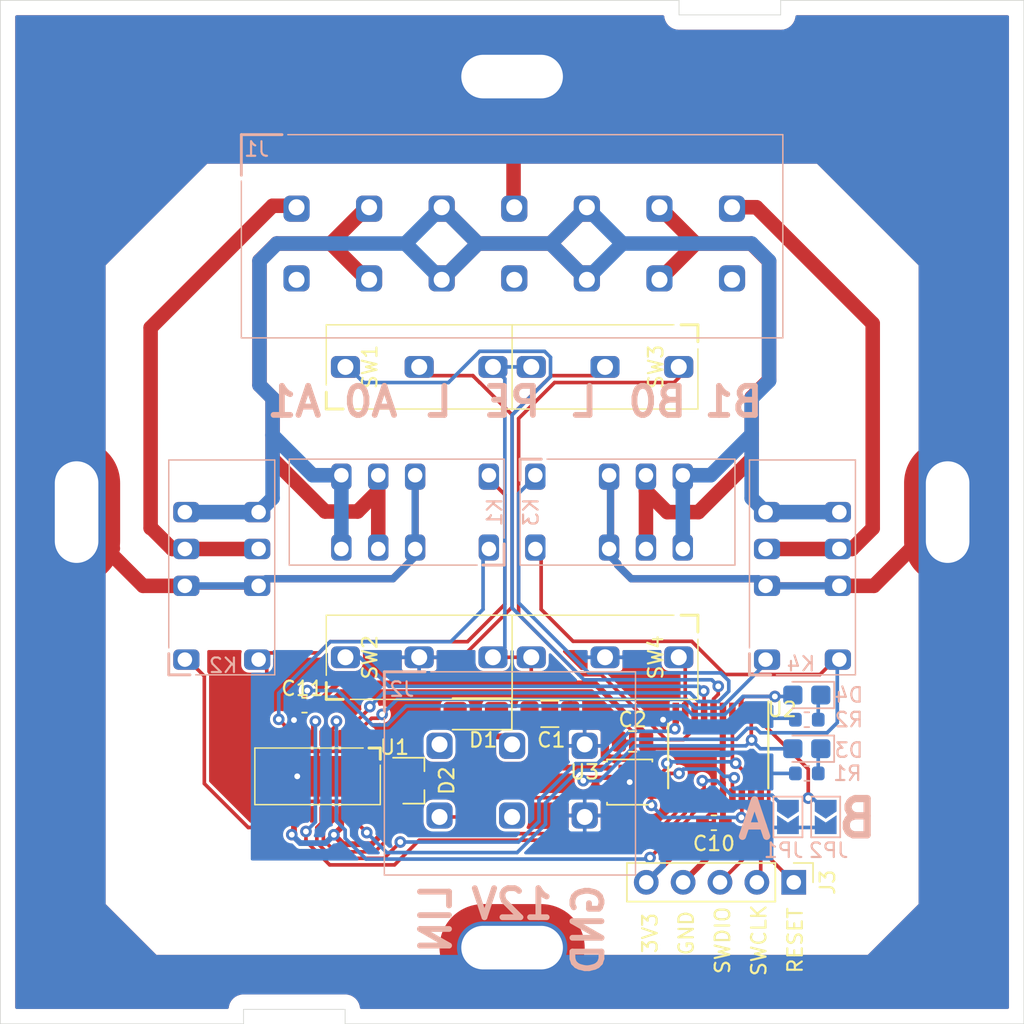
<source format=kicad_pcb>
(kicad_pcb (version 20171130) (host pcbnew "(5.1.5-0-10_14)")
  (layers (0 F.Cu signal) (31 B.Cu signal) (34 B.Paste user) (35 F.Paste user) (36 B.SilkS user) (37 F.SilkS user) (38 B.Mask user) (39 F.Mask user) (44 Edge.Cuts user))
  (net 0 "")
  (net 1 "Net-(U1-Pad15)")
  (net 2 "Net-(U1-Pad9)")
  (net 3 "Net-(U1-Pad17)")
  (net 4 "Net-(U1-Pad18)")
  (net 5 GND)
  (net 6 +12V)
  (net 7 +3V3)
  (net 8 PE)
  (net 9 L)
  (net 10 SWDIO)
  (net 11 SWCLK)
  (net 12 KA1)
  (net 13 KA0)
  (net 14 KB0)
  (net 15 KB1)
  (net 16 SWA0)
  (net 17 SWA1)
  (net 18 SWB0)
  (net 19 SWB1)
  (net 20 "Net-(D1-Pad2)")
  (net 21 LIN)
  (net 22 RESET)
  (net 23 "Net-(U1-Pad12)")
  (net 24 "Net-(U1-Pad1)")
  (net 25 "Net-(U1-Pad4)")
  (net 26 "Net-(U1-Pad22)")
  (net 27 JPA)
  (net 28 JPB)
  (net 29 HB_EN)
  (net 30 HB_MISO)
  (net 31 HB_SS)
  (net 32 HB_SCK)
  (net 33 HB_MOSI)
  (net 34 LIN_RX)
  (net 35 LIN_TX)
  (net 36 LIN_EN)
  (net 37 "Net-(D3-Pad1)")
  (net 38 AY)
  (net 39 AX)
  (net 40 AZ)
  (net 41 BY)
  (net 42 BX)
  (net 43 BZ)
  (net 44 "Net-(D4-Pad1)")
  (module RoomControl:Jumper2Triangular (layer B.Cu) (at 121.6 121 270)
    (fp_text reference JP2 (at 2.3 -0.2 180) (layer B.SilkS) (effects (justify mirror)))
    (fp_text value SolderJumper_2_Open)
    (pad 1 smd custom (at -0.68 0 270) (size 0.3 0.3) (layers B.Cu B.Mask) (net 28 JPB) (options (clearance outline) (anchor rect)) (primitives (gr_poly (pts (xy -0.5 0.75) (xy 0.3 0.75) (xy 0.8 0) (xy 0.3 -0.75) (xy -0.5 -0.75)) (width 0))))
    (pad 2 smd custom (at 0.68 0 270) (size 0.3 0.3) (layers B.Cu B.Mask) (net 5 GND) (options (clearance outline) (anchor rect)) (primitives (gr_poly (pts (xy -0.8 0.75) (xy 0.5 0.75) (xy 0.5 -0.75) (xy -0.8 -0.75) (xy -0.3 0)) (width 0))))
  )
  (module RoomControl:Jumper2Triangular (layer B.Cu) (at 119 121 270)
    (fp_text reference JP1 (at 2.3 0.3 180) (layer B.SilkS) (effects (justify mirror)))
    (fp_text value SolderJumper_2_Open)
    (pad 1 smd custom (at -0.68 0 270) (size 0.3 0.3) (layers B.Cu B.Mask) (net 27 JPA) (options (clearance outline) (anchor rect)) (primitives (gr_poly (pts (xy -0.5 0.75) (xy 0.3 0.75) (xy 0.8 0) (xy 0.3 -0.75) (xy -0.5 -0.75)) (width 0))))
    (pad 2 smd custom (at 0.68 0 270) (size 0.3 0.3) (layers B.Cu B.Mask) (net 5 GND) (options (clearance outline) (anchor rect)) (primitives (gr_poly (pts (xy -0.8 0.75) (xy 0.5 0.75) (xy 0.5 -0.75) (xy -0.8 -0.75) (xy -0.3 0)) (width 0))))
  )
  (module Resistor_SMD:R_0603_1608Metric (layer B.Cu) (at 120.3 114.3 180)
    (fp_text reference R2 (at -2.9 0 180) (layer B.SilkS) (effects (justify mirror)))
    (fp_text value 330R)
    (pad 2 smd roundrect (at 0.7875 0 180) (size 0.875 0.95) (layers B.Cu B.Paste B.Mask) (net 5 GND))
    (pad 1 smd roundrect (at -0.7875 0 180) (size 0.875 0.95) (layers B.Cu B.Paste B.Mask) (net 44 "Net-(D4-Pad1)"))
  )
  (module LED_SMD:LED_0805_2012Metric_Castellated (layer B.Cu) (at 120.3 112.6 180)
    (fp_text reference D4 (at -2.9 0) (layer B.SilkS) (effects (justify mirror)))
    (fp_text value LED)
    (pad 2 smd roundrect (at 0.9625 0 180) (size 1.325 1.3) (layers B.Cu B.Paste B.Mask) (roundrect_rratio 0.192308) (net 29 HB_EN))
    (pad 1 smd roundrect (at -0.9625 0 180) (size 1.325 1.3) (layers B.Cu B.Paste B.Mask) (roundrect_rratio 0.192308) (net 44 "Net-(D4-Pad1)"))
  )
  (module Diode_SMD:D_SOT-23_ANK (layer F.Cu) (at 93.2 118.5)
    (fp_text reference D2 (at 2.3 0 -90) (layer F.SilkS))
    (fp_text value D)
    (pad 1 smd rect (at 1 0) (size 0.9 0.8) (layers F.Cu F.Paste F.Mask) (net 6 +12V))
    (pad "" smd rect (at -1 0.95) (size 0.9 0.8) (layers F.Cu F.Paste F.Mask))
    (pad 2 smd rect (at -1 -0.95) (size 0.9 0.8) (layers F.Cu F.Paste F.Mask) (net 20 "Net-(D1-Pad2)"))
  )
  (module Diode_SMD:D_1206_3216Metric_Castellated (layer F.Cu) (at 97.5 113.9 180)
    (fp_text reference D1 (at -0.5 -1.8) (layer F.SilkS))
    (fp_text value D)
    (pad 2 smd roundrect (at 1.425 0 180) (size 1.6 1.65) (layers F.Cu F.Paste F.Mask) (roundrect_rratio 0.15625) (net 20 "Net-(D1-Pad2)"))
    (pad 1 smd roundrect (at -1.425 0 180) (size 1.6 1.65) (layers F.Cu F.Paste F.Mask) (roundrect_rratio 0.15625) (net 6 +12V))
  )
  (module Resistor_SMD:R_0603_1608Metric (layer B.Cu) (at 120.3 118 180)
    (fp_text reference R1 (at -2.8 0) (layer B.SilkS) (effects (justify mirror)))
    (fp_text value 330R)
    (pad 2 smd roundrect (at 0.7875 0 180) (size 0.875 0.95) (layers B.Cu B.Paste B.Mask) (net 5 GND))
    (pad 1 smd roundrect (at -0.7875 0 180) (size 0.875 0.95) (layers B.Cu B.Paste B.Mask) (net 37 "Net-(D3-Pad1)"))
  )
  (module LED_SMD:LED_0805_2012Metric_Castellated (layer B.Cu) (at 120.3 116.3 180)
    (fp_text reference D3 (at -2.9 -0.1 180) (layer B.SilkS) (effects (justify mirror)))
    (fp_text value LED)
    (pad 2 smd roundrect (at 0.9625 0 180) (size 1.325 1.3) (layers B.Cu B.Paste B.Mask) (roundrect_rratio 0.192308) (net 36 LIN_EN))
    (pad 1 smd roundrect (at -0.9625 0 180) (size 1.325 1.3) (layers B.Cu B.Paste B.Mask) (roundrect_rratio 0.192308) (net 37 "Net-(D3-Pad1)"))
  )
  (module RoomControl:Switch_Mount (layer F.Cu) (at 100 100)
    (fp_text reference J4 hide)
    (fp_text value Conn_01x04)
    (pad "" np_thru_hole oval (at -20.5 -6.6) (size 5 3) (drill oval 5 3) (layers *.Cu *.Mask) (clearance 1))
    (pad "" np_thru_hole oval (at 20.5 -6.6) (size 5 3) (drill oval 5 3) (layers *.Cu *.Mask) (clearance 1))
    (pad 4 smd oval (at 0 -30) (size 10 6) (layers F.Cu F.Mask) (net 8 PE))
    (pad 4 thru_hole oval (at 0 -30) (size 7.6 3.6) (drill oval 7 3) (layers *.Cu *.Mask) (net 8 PE))
    (pad 3 smd oval (at 0 30) (size 10 6) (layers F.Cu F.Mask) (net 8 PE))
    (pad 3 thru_hole oval (at 0 30) (size 7.6 3.6) (drill oval 7 3) (layers *.Cu *.Mask) (net 8 PE))
    (pad 2 smd oval (at -30 0) (size 6 10) (layers F.Cu F.Mask) (net 8 PE))
    (pad 2 thru_hole oval (at -30 0) (size 3.6 7.6) (drill oval 3 7) (layers *.Cu *.Mask) (net 8 PE))
    (pad 1 smd oval (at 30 0) (size 6 10) (layers F.Cu F.Mask) (net 8 PE))
    (pad 1 thru_hole oval (at 30 0) (size 3.6 7.6) (drill oval 3 7) (layers *.Cu *.Mask) (net 8 PE))
  )
  (module RoomControl:Wago_236-403 (layer B.Cu) (at 95 118.5 270)
    (fp_text reference J2 (at -6.3 2.6 180) (layer B.SilkS) (effects (justify mirror)))
    (fp_text value Conn_01x03)
    (pad 3 thru_hole roundrect (at 2.5 -10 270) (size 1.8 1.8) (drill 1.1 (offset -0.1 0)) (layers *.Cu *.Mask) (net 5 GND))
    (pad 3 thru_hole roundrect (at -2.5 -10 270) (size 1.8 1.8) (drill 1.1 (offset 0.1 0)) (layers *.Cu *.Mask) (net 5 GND))
    (pad 2 thru_hole roundrect (at 2.5 -5 270) (size 1.8 1.8) (drill 1.1 (offset -0.1 0)) (layers *.Cu *.Mask) (net 20 "Net-(D1-Pad2)"))
    (pad 2 thru_hole roundrect (at -2.5 -5 270) (size 1.8 1.8) (drill 1.1 (offset 0.1 0)) (layers *.Cu *.Mask) (net 20 "Net-(D1-Pad2)"))
    (pad 1 thru_hole roundrect (at 2.5 0 270) (size 1.8 1.8) (drill 1.1 (offset -0.1 0)) (layers *.Cu *.Mask) (net 21 LIN))
    (pad 1 thru_hole roundrect (at -2.5 0 270) (size 1.8 1.8) (drill 1.1 (offset 0.1 0)) (layers *.Cu *.Mask) (net 21 LIN))
  )
  (module RoomControl:Wago_236-407 (layer B.Cu) (at 85.15 81.5 270)
    (fp_text reference J1 (at -6.5 2.75) (layer B.SilkS) (effects (justify mirror)))
    (fp_text value Conn_01x07)
    (pad 7 thru_hole roundrect (at 2.5 -30 270) (size 1.8 1.8) (drill 1.1 (offset -0.1 0)) (layers *.Cu *.Mask) (net 15 KB1))
    (pad 7 thru_hole roundrect (at -2.5 -30 270) (size 1.8 1.8) (drill 1.1 (offset 0.1 0)) (layers *.Cu *.Mask) (net 15 KB1))
    (pad 6 thru_hole roundrect (at 2.5 -25 270) (size 1.8 1.8) (drill 1.1 (offset -0.1 0)) (layers *.Cu *.Mask) (net 14 KB0))
    (pad 6 thru_hole roundrect (at -2.5 -25 270) (size 1.8 1.8) (drill 1.1 (offset 0.1 0)) (layers *.Cu *.Mask) (net 14 KB0))
    (pad 5 thru_hole roundrect (at 2.5 -20 270) (size 1.8 1.8) (drill 1.1 (offset -0.1 0)) (layers *.Cu *.Mask) (net 9 L))
    (pad 5 thru_hole roundrect (at -2.5 -20 270) (size 1.8 1.8) (drill 1.1 (offset 0.1 0)) (layers *.Cu *.Mask) (net 9 L))
    (pad 4 thru_hole roundrect (at 2.5 -15 270) (size 1.8 1.8) (drill 1.1 (offset -0.1 0)) (layers *.Cu *.Mask) (net 8 PE))
    (pad 4 thru_hole roundrect (at -2.5 -15 270) (size 1.8 1.8) (drill 1.1 (offset 0.1 0)) (layers *.Cu *.Mask) (net 8 PE))
    (pad 3 thru_hole roundrect (at 2.5 -10 270) (size 1.8 1.8) (drill 1.1 (offset -0.1 0)) (layers *.Cu *.Mask) (net 9 L))
    (pad 3 thru_hole roundrect (at -2.5 -10 270) (size 1.8 1.8) (drill 1.1 (offset 0.1 0)) (layers *.Cu *.Mask) (net 9 L))
    (pad 2 thru_hole roundrect (at 2.5 -5 270) (size 1.8 1.8) (drill 1.1 (offset -0.1 0)) (layers *.Cu *.Mask) (net 13 KA0))
    (pad 2 thru_hole roundrect (at -2.5 -5 270) (size 1.8 1.8) (drill 1.1 (offset 0.1 0)) (layers *.Cu *.Mask) (net 13 KA0))
    (pad 1 thru_hole roundrect (at 2.5 0 270) (size 1.8 1.8) (drill 1.1 (offset -0.1 0)) (layers *.Cu *.Mask) (net 12 KA1))
    (pad 1 thru_hole roundrect (at -2.5 0 270) (size 1.8 1.8) (drill 1.1 (offset 0.1 0)) (layers *.Cu *.Mask) (net 12 KA1))
  )
  (module RoomControl:On_NCV77xx (layer F.Cu) (at 86.6 118.2 270)
    (fp_text reference U1 (at -2 -5.3 180) (layer F.SilkS))
    (fp_text value NCV7718CDQR2G)
    (pad 25 smd roundrect (at 0 0 270) (size 2.8 5.6) (layers F.Cu F.Mask) (roundrect_rratio 0.01785714285714286) (net 5 GND))
    (pad 13 smd roundrect (at 2.625 3.575 270) (size 1.15 0.4) (layers F.Cu F.Paste F.Mask) (net 5 GND))
    (pad 12 smd roundrect (at -2.625 3.575 270) (size 1.15 0.4) (layers F.Cu F.Paste F.Mask) (net 23 "Net-(U1-Pad12)"))
    (pad 14 smd roundrect (at 2.625 2.925 270) (size 1.15 0.4) (layers F.Cu F.Paste F.Mask) (net 40 AZ))
    (pad 11 smd roundrect (at -2.625 2.925 270) (size 1.15 0.4) (layers F.Cu F.Paste F.Mask) (net 38 AY))
    (pad 15 smd roundrect (at 2.625 2.275 270) (size 1.15 0.4) (layers F.Cu F.Paste F.Mask) (net 1 "Net-(U1-Pad15)"))
    (pad 10 smd roundrect (at -2.625 2.275 270) (size 1.15 0.4) (layers F.Cu F.Paste F.Mask) (net 39 AX))
    (pad 16 smd roundrect (at 2.625 1.625 270) (size 1.15 0.4) (layers F.Cu F.Paste F.Mask) (net 6 +12V))
    (pad 9 smd roundrect (at -2.625 1.625 270) (size 1.15 0.4) (layers F.Cu F.Paste F.Mask) (net 2 "Net-(U1-Pad9)"))
    (pad 17 smd roundrect (at 2.625 0.975 270) (size 1.15 0.4) (layers F.Cu F.Paste F.Mask) (net 3 "Net-(U1-Pad17)"))
    (pad 8 smd roundrect (at -2.625 0.975 270) (size 1.15 0.4) (layers F.Cu F.Paste F.Mask) (net 29 HB_EN))
    (pad 18 smd roundrect (at 2.625 0.325 270) (size 1.15 0.4) (layers F.Cu F.Paste F.Mask) (net 4 "Net-(U1-Pad18)"))
    (pad 7 smd roundrect (at -2.625 0.325 270) (size 1.15 0.4) (layers F.Cu F.Paste F.Mask) (net 30 HB_MISO))
    (pad 19 smd roundrect (at 2.625 -0.325 270) (size 1.15 0.4) (layers F.Cu F.Paste F.Mask) (net 31 HB_SS))
    (pad 6 smd roundrect (at -2.625 -0.325 270) (size 1.15 0.4) (layers F.Cu F.Paste F.Mask) (net 7 +3V3))
    (pad 20 smd roundrect (at 2.625 -0.975 270) (size 1.15 0.4) (layers F.Cu F.Paste F.Mask) (net 32 HB_SCK))
    (pad 5 smd roundrect (at -2.625 -0.975 270) (size 1.15 0.4) (layers F.Cu F.Paste F.Mask) (net 33 HB_MOSI))
    (pad 21 smd roundrect (at 2.625 -1.625 270) (size 1.15 0.4) (layers F.Cu F.Paste F.Mask) (net 6 +12V))
    (pad 4 smd roundrect (at -2.625 -1.625 270) (size 1.15 0.4) (layers F.Cu F.Paste F.Mask) (net 25 "Net-(U1-Pad4)"))
    (pad 22 smd roundrect (at 2.625 -2.275 270) (size 1.15 0.4) (layers F.Cu F.Paste F.Mask) (net 26 "Net-(U1-Pad22)"))
    (pad 3 smd roundrect (at -2.625 -2.275 270) (size 1.15 0.4) (layers F.Cu F.Paste F.Mask) (net 42 BX))
    (pad 23 smd roundrect (at 2.625 -2.925 270) (size 1.15 0.4) (layers F.Cu F.Paste F.Mask) (net 41 BY))
    (pad 2 smd roundrect (at -2.625 -2.925 270) (size 1.15 0.4) (layers F.Cu F.Paste F.Mask) (net 43 BZ))
    (pad 24 smd roundrect (at 2.625 -3.575 270) (size 1.15 0.4) (layers F.Cu F.Paste F.Mask) (net 5 GND))
    (pad 1 smd roundrect (at -2.625 -3.575 270) (size 1.15 0.4) (layers F.Cu F.Paste F.Mask) (net 24 "Net-(U1-Pad1)"))
  )
  (module RoomControl:Omron_G6SU-2 (layer B.Cu) (at 120 110.16)
    (fp_text reference K4 (at -0.1 0.3) (layer B.SilkS) (effects (justify mirror)))
    (fp_text value G6SU-2)
    (pad 8 thru_hole roundrect (at 2.54 -10.16) (size 1.8 1.4) (drill 1 (offset -0.1 0)) (layers *.Cu *.Mask) (net 9 L))
    (pad 5 thru_hole roundrect (at -2.54 -10.16) (size 1.8 1.4) (drill 1 (offset 0.1 0)) (layers *.Cu *.Mask) (net 9 L))
    (pad 9 thru_hole roundrect (at 2.54 -7.62) (size 1.8 1.4) (drill 1 (offset -0.1 0)) (layers *.Cu *.Mask) (net 15 KB1))
    (pad 4 thru_hole roundrect (at -2.54 -7.62) (size 1.8 1.4) (drill 1 (offset 0.1 0)) (layers *.Cu *.Mask) (net 15 KB1))
    (pad 10 thru_hole roundrect (at 2.54 -5.08) (size 1.8 1.4) (drill 1 (offset -0.1 0)) (layers *.Cu *.Mask) (net 8 PE))
    (pad 3 thru_hole roundrect (at -2.54 -5.08) (size 1.8 1.4) (drill 1 (offset 0.1 0)) (layers *.Cu *.Mask) (net 8 PE))
    (pad 12 thru_hole roundrect (at 2.54 0) (size 1.8 1.4) (drill 1 (offset -0.1 0)) (layers *.Cu *.Mask) (net 41 BY))
    (pad 1 thru_hole roundrect (at -2.54 0) (size 1.8 1.4) (drill 1 (offset 0.1 0)) (layers *.Cu *.Mask) (net 43 BZ))
  )
  (module RoomControl:Omron_G6SU-2 (layer B.Cu) (at 101.6 100 270)
    (fp_text reference K3 (at 0 0.3 90) (layer B.SilkS) (effects (justify mirror)))
    (fp_text value G6SU-2)
    (pad 8 thru_hole roundrect (at 2.54 -10.16 270) (size 1.8 1.4) (drill 1 (offset -0.1 0)) (layers *.Cu *.Mask) (net 9 L))
    (pad 5 thru_hole roundrect (at -2.54 -10.16 270) (size 1.8 1.4) (drill 1 (offset 0.1 0)) (layers *.Cu *.Mask) (net 9 L))
    (pad 9 thru_hole roundrect (at 2.54 -7.62 270) (size 1.8 1.4) (drill 1 (offset -0.1 0)) (layers *.Cu *.Mask) (net 14 KB0))
    (pad 4 thru_hole roundrect (at -2.54 -7.62 270) (size 1.8 1.4) (drill 1 (offset 0.1 0)) (layers *.Cu *.Mask) (net 14 KB0))
    (pad 10 thru_hole roundrect (at 2.54 -5.08 270) (size 1.8 1.4) (drill 1 (offset -0.1 0)) (layers *.Cu *.Mask) (net 8 PE))
    (pad 3 thru_hole roundrect (at -2.54 -5.08 270) (size 1.8 1.4) (drill 1 (offset 0.1 0)) (layers *.Cu *.Mask) (net 8 PE))
    (pad 12 thru_hole roundrect (at 2.54 0 270) (size 1.8 1.4) (drill 1 (offset -0.1 0)) (layers *.Cu *.Mask) (net 41 BY))
    (pad 1 thru_hole roundrect (at -2.54 0 270) (size 1.8 1.4) (drill 1 (offset 0.1 0)) (layers *.Cu *.Mask) (net 42 BX))
  )
  (module RoomControl:Omron_G6SU-2 (layer B.Cu) (at 80 110.16)
    (fp_text reference K2 (at 0.1 0.4) (layer B.SilkS) (effects (justify mirror)))
    (fp_text value G6SU-2)
    (pad 8 thru_hole roundrect (at 2.54 -10.16) (size 1.8 1.4) (drill 1 (offset -0.1 0)) (layers *.Cu *.Mask) (net 9 L))
    (pad 5 thru_hole roundrect (at -2.54 -10.16) (size 1.8 1.4) (drill 1 (offset 0.1 0)) (layers *.Cu *.Mask) (net 9 L))
    (pad 9 thru_hole roundrect (at 2.54 -7.62) (size 1.8 1.4) (drill 1 (offset -0.1 0)) (layers *.Cu *.Mask) (net 12 KA1))
    (pad 4 thru_hole roundrect (at -2.54 -7.62) (size 1.8 1.4) (drill 1 (offset 0.1 0)) (layers *.Cu *.Mask) (net 12 KA1))
    (pad 10 thru_hole roundrect (at 2.54 -5.08) (size 1.8 1.4) (drill 1 (offset -0.1 0)) (layers *.Cu *.Mask) (net 8 PE))
    (pad 3 thru_hole roundrect (at -2.54 -5.08) (size 1.8 1.4) (drill 1 (offset 0.1 0)) (layers *.Cu *.Mask) (net 8 PE))
    (pad 12 thru_hole roundrect (at 2.54 0) (size 1.8 1.4) (drill 1 (offset -0.1 0)) (layers *.Cu *.Mask) (net 38 AY))
    (pad 1 thru_hole roundrect (at -2.54 0) (size 1.8 1.4) (drill 1 (offset 0.1 0)) (layers *.Cu *.Mask) (net 40 AZ))
  )
  (module RoomControl:Omron_G6SU-2 (layer B.Cu) (at 98.4 100 90)
    (fp_text reference K1 (at 0 0.4 90) (layer B.SilkS) (effects (justify mirror)))
    (fp_text value G6SU-2)
    (pad 8 thru_hole roundrect (at 2.54 -10.16 90) (size 1.8 1.4) (drill 1 (offset -0.1 0)) (layers *.Cu *.Mask) (net 9 L))
    (pad 5 thru_hole roundrect (at -2.54 -10.16 90) (size 1.8 1.4) (drill 1 (offset 0.1 0)) (layers *.Cu *.Mask) (net 9 L))
    (pad 9 thru_hole roundrect (at 2.54 -7.62 90) (size 1.8 1.4) (drill 1 (offset -0.1 0)) (layers *.Cu *.Mask) (net 13 KA0))
    (pad 4 thru_hole roundrect (at -2.54 -7.62 90) (size 1.8 1.4) (drill 1 (offset 0.1 0)) (layers *.Cu *.Mask) (net 13 KA0))
    (pad 10 thru_hole roundrect (at 2.54 -5.08 90) (size 1.8 1.4) (drill 1 (offset -0.1 0)) (layers *.Cu *.Mask) (net 8 PE))
    (pad 3 thru_hole roundrect (at -2.54 -5.08 90) (size 1.8 1.4) (drill 1 (offset 0.1 0)) (layers *.Cu *.Mask) (net 8 PE))
    (pad 12 thru_hole roundrect (at 2.54 0 90) (size 1.8 1.4) (drill 1 (offset -0.1 0)) (layers *.Cu *.Mask) (net 38 AY))
    (pad 1 thru_hole roundrect (at -2.54 0 90) (size 1.8 1.4) (drill 1 (offset 0.1 0)) (layers *.Cu *.Mask) (net 39 AX))
  )
  (module RoomControl:Omron_D2F-01 (layer F.Cu) (at 106.4 110 270)
    (fp_text reference SW4 (at 0 -3.5 90) (layer F.SilkS))
    (fp_text value D2F-01)
    (pad 1 thru_hole roundrect (at 0 5.08 270) (size 1.5 2) (drill 1.1) (layers *.Cu *.Mask) (net 7 +3V3))
    (pad 2 thru_hole roundrect (at 0 -5.08 270) (size 1.5 2) (drill 1.1) (layers *.Cu *.Mask) (net 19 SWB1))
    (pad 3 thru_hole roundrect (at 0 0 270) (size 1.5 2) (drill 1.1) (layers *.Cu *.Mask) (net 5 GND))
  )
  (module RoomControl:Omron_D2F-01 (layer F.Cu) (at 106.4 90 270)
    (fp_text reference SW3 (at 0 -3.5 90) (layer F.SilkS))
    (fp_text value D2F-01)
    (pad 1 thru_hole roundrect (at 0 5.08 270) (size 1.5 2) (drill 1.1) (layers *.Cu *.Mask) (net 7 +3V3))
    (pad 2 thru_hole roundrect (at 0 -5.08 270) (size 1.5 2) (drill 1.1) (layers *.Cu *.Mask) (net 18 SWB0))
    (pad 3 thru_hole roundrect (at 0 0 270) (size 1.5 2) (drill 1.1) (layers *.Cu *.Mask) (net 5 GND))
  )
  (module RoomControl:Omron_D2F-01 (layer F.Cu) (at 93.6 110 90)
    (fp_text reference SW2 (at 0 -3.4 90) (layer F.SilkS))
    (fp_text value D2F-01)
    (pad 1 thru_hole roundrect (at 0 5.08 90) (size 1.5 2) (drill 1.1) (layers *.Cu *.Mask) (net 7 +3V3))
    (pad 2 thru_hole roundrect (at 0 -5.08 90) (size 1.5 2) (drill 1.1) (layers *.Cu *.Mask) (net 17 SWA1))
    (pad 3 thru_hole roundrect (at 0 0 90) (size 1.5 2) (drill 1.1) (layers *.Cu *.Mask) (net 5 GND))
  )
  (module RoomControl:Omron_D2F-01 (layer F.Cu) (at 93.6 90 90)
    (fp_text reference SW1 (at 0 -3.4 90) (layer F.SilkS))
    (fp_text value D2F-01)
    (pad 1 thru_hole roundrect (at 0 5.08 90) (size 1.5 2) (drill 1.1) (layers *.Cu *.Mask) (net 7 +3V3))
    (pad 2 thru_hole roundrect (at 0 -5.08 90) (size 1.5 2) (drill 1.1) (layers *.Cu *.Mask) (net 16 SWA0))
    (pad 3 thru_hole roundrect (at 0 0 90) (size 1.5 2) (drill 1.1) (layers *.Cu *.Mask) (net 5 GND))
  )
  (module Package_DFN_QFN:DFN-8-1EP_3x3mm_P0.65mm_EP1.55x2.4mm (layer F.Cu) (at 108.1 118.6)
    (fp_text reference U3 (at -3.1 -0.7) (layer F.SilkS))
    (fp_text value NCV7428MW3)
    (pad 9 smd rect (at 0 0) (size 1.55 2.4) (layers F.Cu F.Mask) (net 5 GND))
    (pad 8 smd rect (at 1.55 -0.975) (size 0.65 0.35) (layers F.Cu F.Paste F.Mask) (net 7 +3V3))
    (pad 7 smd rect (at 1.55 -0.325) (size 0.65 0.35) (layers F.Cu F.Paste F.Mask) (net 22 RESET))
    (pad 6 smd rect (at 1.55 0.325) (size 0.65 0.35) (layers F.Cu F.Paste F.Mask) (net 35 LIN_TX))
    (pad 5 smd rect (at 1.55 0.975) (size 0.65 0.35) (layers F.Cu F.Paste F.Mask) (net 34 LIN_RX))
    (pad 4 smd rect (at -1.55 0.975) (size 0.65 0.35) (layers F.Cu F.Paste F.Mask) (net 21 LIN))
    (pad 3 smd rect (at -1.55 0.325) (size 0.65 0.35) (layers F.Cu F.Paste F.Mask) (net 5 GND))
    (pad 2 smd rect (at -1.55 -0.325) (size 0.65 0.35) (layers F.Cu F.Paste F.Mask) (net 36 LIN_EN))
    (pad 1 smd rect (at -1.55 -0.975) (size 0.65 0.35) (layers F.Cu F.Paste F.Mask) (net 6 +12V))
  )
  (module Connector_PinHeader_2.54mm:PinHeader_1x05_P2.54mm_Vertical (layer F.Cu) (at 119.4 125.5 270)
    (fp_text reference J3 (at 0 -2.33 90) (layer F.SilkS))
    (fp_text value Conn_01x05)
    (pad 5 thru_hole oval (at 0 10.16 270) (size 1.7 1.7) (drill 1) (layers *.Cu *.Mask) (net 5 GND))
    (pad 4 thru_hole oval (at 0 7.62 270) (size 1.7 1.7) (drill 1) (layers *.Cu *.Mask) (net 7 +3V3))
    (pad 3 thru_hole oval (at 0 5.08 270) (size 1.7 1.7) (drill 1) (layers *.Cu *.Mask) (net 10 SWDIO))
    (pad 2 thru_hole oval (at 0 2.54 270) (size 1.7 1.7) (drill 1) (layers *.Cu *.Mask) (net 11 SWCLK))
    (pad 1 thru_hole rect (at 0 0 270) (size 1.7 1.7) (drill 1) (layers *.Cu *.Mask) (net 22 RESET))
  )
  (module Capacitor_SMD:C_0805_2012Metric (layer F.Cu) (at 108.3 115.8 180)
    (fp_text reference C2 (at 0 1.5) (layer F.SilkS))
    (fp_text value 22u)
    (pad 2 smd roundrect (at 0.9375 0 180) (size 0.975 1.4) (layers F.Cu F.Paste F.Mask) (net 5 GND))
    (pad 1 smd roundrect (at -0.9375 0 180) (size 0.975 1.4) (layers F.Cu F.Paste F.Mask) (net 7 +3V3))
  )
  (module Capacitor_SMD:C_1206_3216Metric (layer F.Cu) (at 102.6 113.9)
    (fp_text reference C1 (at 0.1 1.8) (layer F.SilkS))
    (fp_text value 10u/25V/7XR)
    (pad 2 smd roundrect (at 1.4 0) (size 1.25 1.75) (layers F.Cu F.Paste F.Mask) (roundrect_rratio 0.2) (net 5 GND))
    (pad 1 smd roundrect (at -1.4 0) (size 1.25 1.75) (layers F.Cu F.Paste F.Mask) (roundrect_rratio 0.2) (net 6 +12V))
  )
  (module Capacitor_SMD:C_0603_1608Metric (layer F.Cu) (at 85.7 113.3 180)
    (fp_text reference C11 (at 0.15 1.15) (layer F.SilkS))
    (fp_text value C)
    (pad 2 smd roundrect (at 0.7875 0 180) (size 0.875 0.95) (layers F.Cu F.Paste F.Mask) (net 5 GND))
    (pad 1 smd roundrect (at -0.7875 0 180) (size 0.875 0.95) (layers F.Cu F.Paste F.Mask) (net 7 +3V3))
  )
  (module Capacitor_SMD:C_0603_1608Metric (layer F.Cu) (at 113.9 121.4 180)
    (fp_text reference C10 (at 0 -1.43) (layer F.SilkS))
    (fp_text value C)
    (pad 2 smd roundrect (at 0.7875 0 180) (size 0.875 0.95) (layers F.Cu F.Paste F.Mask) (net 5 GND))
    (pad 1 smd roundrect (at -0.7875 0 180) (size 0.875 0.95) (layers F.Cu F.Paste F.Mask) (net 7 +3V3))
  )
  (module Package_SO:TSSOP-20_4.4x6.5mm_P0.65mm (layer F.Cu) (at 114.2 116.8 270)
    (fp_text reference U2 (at -3.2 -4.4 180) (layer F.SilkS))
    (fp_text value STM32F042F6Px)
    (pad 20 smd rect (at 2.95 -2.925 270) (size 1.45 0.45) (layers F.Cu F.Paste F.Mask) (net 11 SWCLK))
    (pad 19 smd rect (at 2.95 -2.275 270) (size 1.45 0.45) (layers F.Cu F.Paste F.Mask) (net 10 SWDIO))
    (pad 18 smd rect (at 2.95 -1.625 270) (size 1.45 0.45) (layers F.Cu F.Paste F.Mask) (net 34 LIN_RX))
    (pad 17 smd rect (at 2.95 -0.975 270) (size 1.45 0.45) (layers F.Cu F.Paste F.Mask) (net 35 LIN_TX))
    (pad 16 smd rect (at 2.95 -0.325 270) (size 1.45 0.45) (layers F.Cu F.Paste F.Mask) (net 7 +3V3))
    (pad 15 smd rect (at 2.95 0.325 270) (size 1.45 0.45) (layers F.Cu F.Paste F.Mask) (net 5 GND))
    (pad 14 smd rect (at 2.95 0.975 270) (size 1.45 0.45) (layers F.Cu F.Paste F.Mask) (net 27 JPA))
    (pad 13 smd rect (at 2.95 1.625 270) (size 1.45 0.45) (layers F.Cu F.Paste F.Mask) (net 33 HB_MOSI))
    (pad 12 smd rect (at 2.95 2.275 270) (size 1.45 0.45) (layers F.Cu F.Paste F.Mask) (net 30 HB_MISO))
    (pad 11 smd rect (at 2.95 2.925 270) (size 1.45 0.45) (layers F.Cu F.Paste F.Mask) (net 32 HB_SCK))
    (pad 10 smd rect (at -2.95 2.925 270) (size 1.45 0.45) (layers F.Cu F.Paste F.Mask) (net 31 HB_SS))
    (pad 9 smd rect (at -2.95 2.275 270) (size 1.45 0.45) (layers F.Cu F.Paste F.Mask) (net 19 SWB1))
    (pad 8 smd rect (at -2.95 1.625 270) (size 1.45 0.45) (layers F.Cu F.Paste F.Mask) (net 18 SWB0))
    (pad 7 smd rect (at -2.95 0.975 270) (size 1.45 0.45) (layers F.Cu F.Paste F.Mask) (net 17 SWA1))
    (pad 6 smd rect (at -2.95 0.325 270) (size 1.45 0.45) (layers F.Cu F.Paste F.Mask) (net 16 SWA0))
    (pad 5 smd rect (at -2.95 -0.325 270) (size 1.45 0.45) (layers F.Cu F.Paste F.Mask) (net 7 +3V3))
    (pad 4 smd rect (at -2.95 -0.975 270) (size 1.45 0.45) (layers F.Cu F.Paste F.Mask) (net 22 RESET))
    (pad 3 smd rect (at -2.95 -1.625 270) (size 1.45 0.45) (layers F.Cu F.Paste F.Mask) (net 29 HB_EN))
    (pad 2 smd rect (at -2.95 -2.275 270) (size 1.45 0.45) (layers F.Cu F.Paste F.Mask) (net 36 LIN_EN))
    (pad 1 smd rect (at -2.95 -2.925 270) (size 1.45 0.45) (layers F.Cu F.Paste F.Mask) (net 28 JPB))
  )
  (gr_text 12V (at 100 127) (layer B.SilkS) (effects (font (size 2 2) (thickness 0.4)) (justify mirror)))
  (gr_text LIN (at 94.75 128 90) (layer B.SilkS) (effects (font (size 2 2) (thickness 0.4)) (justify mirror)))
  (gr_text GND (at 105.25 128.75 90) (layer B.SilkS) (effects (font (size 2 2) (thickness 0.4)) (justify mirror)))
  (gr_text RESET (at 119.5 129.5 90) (layer F.SilkS) (effects (font (size 1 1))))
  (gr_line (start 135.25 64.75) (end 135.25 135.25) (layer Edge.Cuts) (width 0.05))
  (gr_text SWDIO (at 114.5 129.5 90) (layer F.SilkS) (effects (font (size 1 1))))
  (gr_text GND (at 112 129 90) (layer F.SilkS) (effects (font (size 1 1))))
  (gr_text SWCLK (at 117 129.5 90) (layer F.SilkS) (effects (font (size 1 1))))
  (gr_text 3V3 (at 109.5 129 90) (layer F.SilkS) (effects (font (size 1 1))))
  (gr_text A (at 116.7 121.2) (layer B.SilkS) (effects (font (size 2.5 2.5) (thickness 0.5)) (justify mirror)))
  (gr_text B (at 123.8 121.1) (layer B.SilkS) (effects (font (size 2.5 2.5) (thickness 0.5)) (justify mirror)))
  (gr_text PE (at 100 92.4) (layer B.SilkS) (effects (font (size 2 2) (thickness 0.4)) (justify mirror)))
  (gr_text A0 (at 90.25 92.4) (layer B.SilkS) (effects (font (size 2 2) (thickness 0.4)) (justify mirror)))
  (gr_text A1 (at 85 92.4) (layer B.SilkS) (effects (font (size 2 2) (thickness 0.4)) (justify mirror)))
  (gr_text B1 (at 115.25 92.4) (layer B.SilkS) (effects (font (size 2 2) (thickness 0.4)) (justify mirror)))
  (gr_text B0 (at 110 92.4) (layer B.SilkS) (effects (font (size 2 2) (thickness 0.4)) (justify mirror)))
  (gr_text L (at 95 92.4) (layer B.SilkS) (effects (font (size 2 2) (thickness 0.4)) (justify mirror)))
  (gr_text L (at 105 92.4) (layer B.SilkS) (effects (font (size 2 2) (thickness 0.4)) (justify mirror)))
  (gr_line (start 81.5 134.25) (end 81.5 135.25) (layer Edge.Cuts) (width 0.05))
  (gr_line (start 88.5 134.25) (end 81.5 134.25) (layer Edge.Cuts) (width 0.05))
  (gr_line (start 88.5 135.25) (end 88.5 134.25) (layer Edge.Cuts) (width 0.05))
  (gr_line (start 135.25 135.25) (end 88.5 135.25) (layer Edge.Cuts) (width 0.05))
  (gr_line (start 111.5 65.75) (end 111.5 64.75) (layer Edge.Cuts) (width 0.05))
  (gr_line (start 118.5 65.75) (end 111.5 65.75) (layer Edge.Cuts) (width 0.05))
  (gr_line (start 118.5 64.75) (end 118.5 65.75) (layer Edge.Cuts) (width 0.05))
  (gr_line (start 135.25 64.75) (end 118.5 64.75) (layer Edge.Cuts) (width 0.05))
  (gr_line (start 64.75 135.25) (end 81.5 135.25) (layer Edge.Cuts) (width 0.05))
  (gr_line (start 64.75 64.75) (end 64.75 135.25) (layer Edge.Cuts) (width 0.05))
  (gr_line (start 111.5 64.75) (end 64.75 64.75) (layer Edge.Cuts) (width 0.05))
  (via (at 85.2 118.2) (size 0.8) (drill 0.4) (layers F.Cu B.Cu) (net 5))
  (via (at 84.975 114.325) (size 0.8) (drill 0.4) (layers F.Cu B.Cu) (net 5))
  (segment (start 84.975 113.3625) (end 84.9125 113.3) (width 0.5) (layer F.Cu) (net 5))
  (segment (start 84.975 114.325) (end 84.975 113.3625) (width 0.5) (layer F.Cu) (net 5))
  (segment (start 107.775 118.925) (end 108.1 118.6) (width 0.4) (layer F.Cu) (net 5))
  (segment (start 106.55 118.925) (end 107.775 118.925) (width 0.4) (layer F.Cu) (net 5))
  (via (at 108.1 118.6) (size 0.8) (drill 0.4) (layers F.Cu B.Cu) (net 5))
  (via (at 110.4 114.3) (size 0.8) (drill 0.4) (layers F.Cu B.Cu) (net 5))
  (segment (start 119 121.725) (end 117.025 121.725) (width 0.25) (layer B.Cu) (net 5))
  (segment (start 113.1125 121.2875) (end 113.1125 121.4) (width 0.25) (layer F.Cu) (net 5))
  (segment (start 113.875 120.525) (end 113.1125 121.2875) (width 0.25) (layer F.Cu) (net 5))
  (segment (start 113.875 119.75) (end 113.875 120.525) (width 0.25) (layer F.Cu) (net 5))
  (segment (start 97.77501 91.07501) (end 100 93.3) (width 0.25) (layer F.Cu) (net 5))
  (segment (start 97.765044 91.07501) (end 97.77501 91.07501) (width 0.25) (layer F.Cu) (net 5))
  (segment (start 97.35499 90.664956) (end 97.765044 91.07501) (width 0.25) (layer F.Cu) (net 5))
  (segment (start 97.3 90.6) (end 97.35499 90.65499) (width 0.25) (layer F.Cu) (net 5))
  (segment (start 97.35499 90.65499) (end 97.35499 90.664956) (width 0.25) (layer F.Cu) (net 5))
  (segment (start 94.2 90.6) (end 97.3 90.6) (width 0.25) (layer F.Cu) (net 5))
  (segment (start 93.6 90) (end 94.2 90.6) (width 0.25) (layer F.Cu) (net 5))
  (segment (start 105.8 90.6) (end 106.4 90) (width 0.25) (layer F.Cu) (net 5))
  (segment (start 102.7 90.6) (end 105.8 90.6) (width 0.25) (layer F.Cu) (net 5))
  (segment (start 102.64501 90.65499) (end 102.7 90.6) (width 0.25) (layer F.Cu) (net 5))
  (segment (start 102.234956 91.07501) (end 102.64501 90.664956) (width 0.25) (layer F.Cu) (net 5))
  (segment (start 102.64501 90.664956) (end 102.64501 90.65499) (width 0.25) (layer F.Cu) (net 5))
  (segment (start 102.22499 91.07501) (end 102.234956 91.07501) (width 0.25) (layer F.Cu) (net 5))
  (segment (start 100 93.3) (end 102.22499 91.07501) (width 0.25) (layer F.Cu) (net 5))
  (segment (start 94.6 110) (end 93.6 110) (width 0.25) (layer F.Cu) (net 5))
  (segment (start 96.55 110) (end 94.6 110) (width 0.25) (layer F.Cu) (net 5))
  (segment (start 100 106.55) (end 96.55 110) (width 0.25) (layer F.Cu) (net 5))
  (segment (start 100 93.3) (end 100 106.55) (width 0.25) (layer F.Cu) (net 5))
  (segment (start 110.089999 124.650001) (end 110.099999 124.650001) (width 0.4) (layer B.Cu) (net 5))
  (segment (start 109.24 125.5) (end 110.089999 124.650001) (width 0.4) (layer B.Cu) (net 5))
  (segment (start 110.099999 124.650001) (end 110.4 124.35) (width 0.4) (layer B.Cu) (net 5))
  (segment (start 110.4 124.35) (end 110.4 123.6) (width 0.4) (layer B.Cu) (net 5))
  (segment (start 109.24 125.5) (end 112.15 122.59) (width 0.4) (layer F.Cu) (net 5))
  (segment (start 119 121.725) (end 121.6 121.725) (width 0.25) (layer B.Cu) (net 5))
  (segment (start 119.5125 114.2) (end 117.6 114.2) (width 0.25) (layer B.Cu) (net 5))
  (segment (start 119.5125 118) (end 117.5 118) (width 0.25) (layer B.Cu) (net 5))
  (via (at 87.725682 122.225682) (size 0.8) (drill 0.4) (layers F.Cu B.Cu) (net 6))
  (segment (start 88.225 121.726364) (end 87.725682 122.225682) (width 0.4) (layer F.Cu) (net 6))
  (segment (start 88.225 120.825) (end 88.225 121.726364) (width 0.4) (layer F.Cu) (net 6))
  (via (at 84.823811 122.21693) (size 0.8) (drill 0.4) (layers F.Cu B.Cu) (net 6))
  (segment (start 84.975 122.065741) (end 84.823811 122.21693) (width 0.4) (layer F.Cu) (net 6))
  (segment (start 84.975 120.825) (end 84.975 122.065741) (width 0.4) (layer F.Cu) (net 6))
  (segment (start 87.151363 122.800001) (end 87.325683 122.625681) (width 0.4) (layer B.Cu) (net 6))
  (segment (start 87.325683 122.625681) (end 87.725682 122.225682) (width 0.4) (layer B.Cu) (net 6))
  (segment (start 85.406882 122.800001) (end 87.151363 122.800001) (width 0.4) (layer B.Cu) (net 6))
  (segment (start 84.823811 122.21693) (end 85.406882 122.800001) (width 0.4) (layer B.Cu) (net 6))
  (segment (start 98.925 113.9) (end 101.2 113.9) (width 0.4) (layer F.Cu) (net 6))
  (segment (start 106.525 117.6) (end 106.55 117.625) (width 0.4) (layer F.Cu) (net 6))
  (segment (start 101.6 117.6) (end 106.525 117.6) (width 0.4) (layer F.Cu) (net 6))
  (segment (start 101.6 114.3) (end 101.2 113.9) (width 0.4) (layer F.Cu) (net 6))
  (segment (start 101.6 117.6) (end 101.6 114.3) (width 0.4) (layer F.Cu) (net 6))
  (segment (start 93.15 120.059501) (end 93.15 119.5) (width 0.4) (layer F.Cu) (net 6))
  (segment (start 93.15 119.5) (end 94.15 118.5) (width 0.4) (layer F.Cu) (net 6))
  (segment (start 90.334534 122.874967) (end 93.15 120.059501) (width 0.4) (layer F.Cu) (net 6))
  (segment (start 94.15 118.5) (end 94.2 118.5) (width 0.4) (layer F.Cu) (net 6))
  (segment (start 88.374967 122.874967) (end 90.334534 122.874967) (width 0.4) (layer F.Cu) (net 6))
  (segment (start 87.725682 122.225682) (end 88.374967 122.874967) (width 0.4) (layer F.Cu) (net 6))
  (segment (start 100.9 118.3) (end 101.6 117.6) (width 0.4) (layer F.Cu) (net 6))
  (segment (start 94.4 118.3) (end 100.9 118.3) (width 0.4) (layer F.Cu) (net 6))
  (segment (start 94.2 118.5) (end 94.4 118.3) (width 0.4) (layer F.Cu) (net 6))
  (segment (start 87.174991 114.001987) (end 86.848002 113.674998) (width 0.25) (layer F.Cu) (net 7))
  (segment (start 86.848002 113.674998) (end 86.151998 113.674998) (width 0.25) (layer F.Cu) (net 7))
  (segment (start 87.174991 114.750009) (end 87.174991 114.001987) (width 0.25) (layer F.Cu) (net 7))
  (segment (start 86.925 115) (end 87.174991 114.750009) (width 0.25) (layer F.Cu) (net 7))
  (segment (start 86.925 115.575) (end 86.925 115) (width 0.25) (layer F.Cu) (net 7))
  (segment (start 114.525 121.2375) (end 114.6875 121.4) (width 0.4) (layer F.Cu) (net 7))
  (segment (start 114.525 119.75) (end 114.525 121.2375) (width 0.4) (layer F.Cu) (net 7))
  (segment (start 109.5 116.0625) (end 109.2375 115.8) (width 0.4) (layer F.Cu) (net 7))
  (segment (start 109.5 117.475) (end 109.5 116.0625) (width 0.4) (layer F.Cu) (net 7))
  (segment (start 109.65 117.625) (end 109.5 117.475) (width 0.4) (layer F.Cu) (net 7))
  (segment (start 99.68 110) (end 101.32 110) (width 0.25) (layer F.Cu) (net 7))
  (segment (start 98.68 110) (end 99.68 110) (width 0.25) (layer F.Cu) (net 7))
  (segment (start 101.32 111.78) (end 101.32 110) (width 0.25) (layer F.Cu) (net 7))
  (segment (start 101.3 111.8) (end 101.32 111.78) (width 0.25) (layer F.Cu) (net 7))
  (segment (start 98.68 90) (end 101.32 90) (width 0.25) (layer B.Cu) (net 7))
  (segment (start 99.5 90.82) (end 98.68 90) (width 0.25) (layer B.Cu) (net 7))
  (segment (start 99.5 109.34) (end 99.5 90.82) (width 0.25) (layer B.Cu) (net 7))
  (segment (start 98.84 110) (end 99.5 109.34) (width 0.25) (layer B.Cu) (net 7))
  (segment (start 98.68 110) (end 98.84 110) (width 0.25) (layer B.Cu) (net 7))
  (segment (start 109.2375 115.3375) (end 109.2375 115.8) (width 0.4) (layer F.Cu) (net 7))
  (segment (start 105.7 111.8) (end 109.2375 115.3375) (width 0.4) (layer F.Cu) (net 7))
  (segment (start 101.3 111.8) (end 105.7 111.8) (width 0.4) (layer F.Cu) (net 7))
  (segment (start 114.499998 115.000002) (end 114.525 114.975) (width 0.4) (layer F.Cu) (net 7))
  (segment (start 114.525 114.975) (end 114.525 113.85) (width 0.4) (layer F.Cu) (net 7))
  (segment (start 114.525 118.625) (end 114.499998 118.599998) (width 0.4) (layer F.Cu) (net 7))
  (segment (start 114.499998 118.599998) (end 114.499998 115.000002) (width 0.4) (layer F.Cu) (net 7))
  (segment (start 114.525 119.75) (end 114.525 118.625) (width 0.4) (layer F.Cu) (net 7))
  (segment (start 87.9875 111.8) (end 101.3 111.8) (width 0.4) (layer F.Cu) (net 7))
  (segment (start 86.4875 113.3) (end 87.9875 111.8) (width 0.4) (layer F.Cu) (net 7))
  (segment (start 114.6875 121.4) (end 114.6875 121.5625) (width 0.4) (layer F.Cu) (net 7))
  (segment (start 114.5 121.5875) (end 114.5 122.78) (width 0.4) (layer F.Cu) (net 7))
  (segment (start 114.5 122.78) (end 111.78 125.5) (width 0.4) (layer F.Cu) (net 7))
  (segment (start 114.6875 121.4) (end 114.5 121.5875) (width 0.4) (layer F.Cu) (net 7))
  (segment (start 109.808554 116.2) (end 109.723027 116.285527) (width 0.4) (layer F.Cu) (net 7))
  (segment (start 114.525 116.175) (end 114.5 116.2) (width 0.4) (layer F.Cu) (net 7))
  (segment (start 109.723027 116.285527) (end 109.2375 115.8) (width 0.4) (layer F.Cu) (net 7))
  (segment (start 114.5 116.2) (end 109.808554 116.2) (width 0.4) (layer F.Cu) (net 7))
  (segment (start 114.525 113.85) (end 114.525 116.175) (width 0.4) (layer F.Cu) (net 7))
  (segment (start 100.1 78.9) (end 100.1 73.1) (width 1) (layer F.Cu) (net 8))
  (segment (start 93.32 97.46) (end 93.32 102.54) (width 0.5) (layer B.Cu) (net 8))
  (segment (start 100 130) (end 100 133.5) (width 1) (layer F.Cu) (net 8))
  (segment (start 72.5 102.5) (end 70 100) (width 1) (layer F.Cu) (net 8))
  (segment (start 127.46 102.54) (end 130 100) (width 1) (layer F.Cu) (net 8))
  (segment (start 116.09001 104.59001) (end 116.1 104.6) (width 0.5) (layer B.Cu) (net 8))
  (segment (start 107.26999 103.552746) (end 107.26999 103.652746) (width 0.5) (layer B.Cu) (net 8))
  (segment (start 107.26999 103.652746) (end 108.207254 104.59001) (width 0.5) (layer B.Cu) (net 8))
  (segment (start 106.78 103.062756) (end 107.26999 103.552746) (width 0.5) (layer B.Cu) (net 8))
  (segment (start 108.207254 104.59001) (end 116.09001 104.59001) (width 0.5) (layer B.Cu) (net 8))
  (segment (start 106.78 97.46) (end 106.78 103.062756) (width 0.5) (layer B.Cu) (net 8))
  (segment (start 108.317244 104.6) (end 116.98 104.6) (width 0.5) (layer F.Cu) (net 8))
  (segment (start 108.307254 104.59001) (end 108.317244 104.6) (width 0.5) (layer F.Cu) (net 8))
  (segment (start 107.26999 103.552746) (end 107.26999 103.652746) (width 0.5) (layer F.Cu) (net 8))
  (segment (start 108.207254 104.59001) (end 108.307254 104.59001) (width 0.5) (layer F.Cu) (net 8))
  (segment (start 107.26999 103.652746) (end 108.207254 104.59001) (width 0.5) (layer F.Cu) (net 8))
  (segment (start 106.78 103.062756) (end 107.26999 103.552746) (width 0.5) (layer F.Cu) (net 8))
  (segment (start 116.98 104.6) (end 117.46 105.08) (width 0.5) (layer F.Cu) (net 8))
  (segment (start 106.78 97.46) (end 106.78 103.062756) (width 0.5) (layer F.Cu) (net 8))
  (segment (start 117.46 105.08) (end 122.54 105.08) (width 0.5) (layer F.Cu) (net 8))
  (segment (start 124.92 105.08) (end 130 100) (width 1) (layer F.Cu) (net 8))
  (segment (start 122.54 105.08) (end 124.92 105.08) (width 1) (layer F.Cu) (net 8))
  (segment (start 83.02999 104.59001) (end 82.54 105.08) (width 0.5) (layer B.Cu) (net 8))
  (segment (start 93.32 103.062756) (end 91.792746 104.59001) (width 0.5) (layer B.Cu) (net 8))
  (segment (start 91.792746 104.59001) (end 83.02999 104.59001) (width 0.5) (layer B.Cu) (net 8))
  (segment (start 93.32 102.54) (end 93.32 103.062756) (width 0.5) (layer B.Cu) (net 8))
  (segment (start 91.792746 104.59001) (end 83.02999 104.59001) (width 0.5) (layer F.Cu) (net 8))
  (segment (start 93.32 103.062756) (end 91.792746 104.59001) (width 0.5) (layer F.Cu) (net 8))
  (segment (start 82.52 105.1) (end 77.48 105.1) (width 0.5) (layer F.Cu) (net 8))
  (segment (start 77.48 105.1) (end 77.46 105.08) (width 0.5) (layer F.Cu) (net 8))
  (segment (start 83.02999 104.59001) (end 82.52 105.1) (width 0.5) (layer F.Cu) (net 8))
  (segment (start 93.32 97.46) (end 93.32 103.062756) (width 0.5) (layer F.Cu) (net 8))
  (segment (start 82.54 105.08) (end 77.46 105.08) (width 0.5) (layer B.Cu) (net 8))
  (segment (start 116.97001 104.59001) (end 116.09001 104.59001) (width 0.5) (layer B.Cu) (net 8))
  (segment (start 117.46 105.08) (end 116.97001 104.59001) (width 0.5) (layer B.Cu) (net 8))
  (segment (start 122.54 105.08) (end 117.46 105.08) (width 0.5) (layer B.Cu) (net 8))
  (segment (start 77.46 105.08) (end 74.58 105.08) (width 1) (layer F.Cu) (net 8))
  (segment (start 70 100.5) (end 70 100) (width 1) (layer F.Cu) (net 8))
  (segment (start 74.58 105.08) (end 70 100.5) (width 1) (layer F.Cu) (net 8))
  (segment (start 88.24 97.46) (end 88.24 102.54) (width 1) (layer B.Cu) (net 9))
  (segment (start 95.1 79.05) (end 92.65 81.5) (width 1) (layer B.Cu) (net 9))
  (segment (start 95.1 78.9) (end 95.1 79.05) (width 1) (layer B.Cu) (net 9))
  (segment (start 95.15 84) (end 92.65 81.5) (width 1) (layer B.Cu) (net 9))
  (segment (start 111.76 97.46) (end 111.76 102.54) (width 1) (layer B.Cu) (net 9))
  (segment (start 105.15 79.05) (end 107.6 81.5) (width 1) (layer B.Cu) (net 9))
  (segment (start 105.15 79) (end 105.15 79.05) (width 1) (layer B.Cu) (net 9))
  (segment (start 105.15 83.95) (end 107.6 81.5) (width 1) (layer B.Cu) (net 9))
  (segment (start 105.15 84) (end 105.15 83.95) (width 1) (layer B.Cu) (net 9))
  (segment (start 102.65 81.5) (end 105.15 84) (width 1) (layer B.Cu) (net 9))
  (segment (start 97.65 81.5) (end 102.65 81.5) (width 1) (layer B.Cu) (net 9))
  (segment (start 95.15 84) (end 97.65 81.5) (width 1) (layer B.Cu) (net 9))
  (segment (start 95.15 79) (end 97.65 81.5) (width 1) (layer B.Cu) (net 9))
  (segment (start 105.15 79) (end 102.65 81.5) (width 1) (layer B.Cu) (net 9))
  (segment (start 102.65 81.5) (end 105.15 79) (width 1) (layer F.Cu) (net 9))
  (segment (start 105.15 84) (end 102.65 81.5) (width 1) (layer F.Cu) (net 9))
  (segment (start 97.65 81.5) (end 102.65 81.5) (width 1) (layer F.Cu) (net 9))
  (segment (start 95.15 79) (end 97.65 81.5) (width 1) (layer F.Cu) (net 9))
  (segment (start 95.15 84) (end 97.65 81.5) (width 1) (layer F.Cu) (net 9))
  (segment (start 122.54 100) (end 117.46 100) (width 1) (layer B.Cu) (net 9))
  (segment (start 113.682634 97.46) (end 116.49999 94.642644) (width 1) (layer B.Cu) (net 9))
  (segment (start 111.76 97.46) (end 113.682634 97.46) (width 1) (layer B.Cu) (net 9))
  (segment (start 116.49999 99.03999) (end 116.49999 94.642644) (width 1) (layer B.Cu) (net 9))
  (segment (start 117.46 100) (end 116.49999 99.03999) (width 1) (layer B.Cu) (net 9))
  (segment (start 83.50001 99.03999) (end 82.54 100) (width 1) (layer B.Cu) (net 9))
  (segment (start 82.54 100) (end 77.46 100) (width 1) (layer B.Cu) (net 9))
  (segment (start 86.26 97.46) (end 83.5 94.7) (width 1) (layer B.Cu) (net 9))
  (segment (start 88.24 97.46) (end 86.26 97.46) (width 1) (layer B.Cu) (net 9))
  (segment (start 83.5 94.7) (end 83.50001 99.03999) (width 1) (layer B.Cu) (net 9))
  (segment (start 83.50001 92.157356) (end 83.5 94.7) (width 1) (layer B.Cu) (net 9))
  (segment (start 82.6 82.7) (end 82.6 91.257346) (width 1) (layer B.Cu) (net 9))
  (segment (start 83.8 81.5) (end 82.6 82.7) (width 1) (layer B.Cu) (net 9))
  (segment (start 82.6 91.257346) (end 83.50001 92.157356) (width 1) (layer B.Cu) (net 9))
  (segment (start 92.65 81.5) (end 83.8 81.5) (width 1) (layer B.Cu) (net 9))
  (segment (start 117.7 82.7) (end 116.5 81.5) (width 1) (layer B.Cu) (net 9))
  (segment (start 117.7 90.957346) (end 117.7 82.7) (width 1) (layer B.Cu) (net 9))
  (segment (start 116.49999 92.157356) (end 117.7 90.957346) (width 1) (layer B.Cu) (net 9))
  (segment (start 116.5 81.5) (end 107.6 81.5) (width 1) (layer B.Cu) (net 9))
  (segment (start 116.49999 94.642644) (end 116.49999 92.157356) (width 1) (layer B.Cu) (net 9))
  (segment (start 116.525001 123.294999) (end 114.32 125.5) (width 0.25) (layer F.Cu) (net 10))
  (segment (start 116.525001 119.975001) (end 116.525001 123.294999) (width 0.25) (layer F.Cu) (net 10))
  (segment (start 116.475 119.925) (end 116.525001 119.975001) (width 0.25) (layer F.Cu) (net 10))
  (segment (start 116.475 119.75) (end 116.475 119.925) (width 0.25) (layer F.Cu) (net 10))
  (segment (start 117.125 125.235) (end 116.86 125.5) (width 0.25) (layer F.Cu) (net 11))
  (segment (start 117.125 119.75) (end 117.125 125.235) (width 0.25) (layer F.Cu) (net 11))
  (segment (start 77.46 102.54) (end 77.42 102.5) (width 1) (layer F.Cu) (net 12))
  (segment (start 77.46 102.54) (end 82.54 102.54) (width 1) (layer F.Cu) (net 12))
  (segment (start 76.58369 102.54) (end 77.46 102.54) (width 1) (layer F.Cu) (net 12))
  (segment (start 75.15999 101.1163) (end 76.58369 102.54) (width 1) (layer F.Cu) (net 12))
  (segment (start 75.1 87.3) (end 75.1 101.1) (width 1) (layer F.Cu) (net 12))
  (segment (start 75.1 101.1) (end 75.15999 101.1163) (width 1) (layer F.Cu) (net 12))
  (segment (start 83.5 78.9) (end 75.1 87.3) (width 1) (layer F.Cu) (net 12))
  (segment (start 85.1 78.9) (end 83.5 78.9) (width 1) (layer F.Cu) (net 12))
  (segment (start 90.78 102.54) (end 90.78 97.46) (width 1) (layer F.Cu) (net 13))
  (segment (start 89.3563 99.96001) (end 90.78 98.53631) (width 1) (layer F.Cu) (net 13))
  (segment (start 83.50001 96.33632) (end 87.1237 99.96001) (width 1) (layer F.Cu) (net 13))
  (segment (start 87.1237 99.96001) (end 89.3563 99.96001) (width 1) (layer F.Cu) (net 13))
  (segment (start 83.50001 92.157356) (end 83.50001 96.33632) (width 1) (layer F.Cu) (net 13))
  (segment (start 82.6 91.257346) (end 83.50001 92.157356) (width 1) (layer F.Cu) (net 13))
  (segment (start 90.78 98.53631) (end 90.78 97.46) (width 1) (layer F.Cu) (net 13))
  (segment (start 82.6 82.683089) (end 82.6 91.257346) (width 1) (layer F.Cu) (net 13))
  (segment (start 83.783089 81.5) (end 82.6 82.683089) (width 1) (layer F.Cu) (net 13))
  (segment (start 87.5 81.5) (end 83.783089 81.5) (width 1) (layer F.Cu) (net 13))
  (segment (start 90.1 78.9) (end 87.5 81.5) (width 1) (layer F.Cu) (net 13))
  (segment (start 90 84) (end 87.5 81.5) (width 1) (layer F.Cu) (net 13))
  (segment (start 90.15 84) (end 90 84) (width 1) (layer F.Cu) (net 13))
  (segment (start 109.22 97.46) (end 109.22 102.54) (width 1) (layer F.Cu) (net 14))
  (segment (start 109.22 98.53631) (end 109.22 97.46) (width 1) (layer F.Cu) (net 14))
  (segment (start 112.83631 100) (end 110.68369 100) (width 1) (layer F.Cu) (net 14))
  (segment (start 116.476979 81.5) (end 117.7 82.723021) (width 1) (layer F.Cu) (net 14))
  (segment (start 116.5 96.33631) (end 112.83631 100) (width 1) (layer F.Cu) (net 14))
  (segment (start 116.49999 94.642644) (end 116.5 94.642654) (width 1) (layer F.Cu) (net 14))
  (segment (start 116.5 94.642654) (end 116.5 96.33631) (width 1) (layer F.Cu) (net 14))
  (segment (start 116.49999 92.10001) (end 116.49999 94.642644) (width 1) (layer F.Cu) (net 14))
  (segment (start 117.7 90.9) (end 116.49999 92.10001) (width 1) (layer F.Cu) (net 14))
  (segment (start 112.65 81.5) (end 116.476979 81.5) (width 1) (layer F.Cu) (net 14))
  (segment (start 110.68369 100) (end 109.22 98.53631) (width 1) (layer F.Cu) (net 14))
  (segment (start 117.7 82.723021) (end 117.7 90.9) (width 1) (layer F.Cu) (net 14))
  (segment (start 110.15 79) (end 112.65 81.5) (width 1) (layer F.Cu) (net 14))
  (segment (start 110.15 84) (end 112.65 81.5) (width 1) (layer F.Cu) (net 14))
  (segment (start 117.46 102.54) (end 122.54 102.54) (width 1) (layer F.Cu) (net 15))
  (segment (start 123.41631 102.54) (end 122.54 102.54) (width 1) (layer F.Cu) (net 15))
  (segment (start 124.84001 101.1163) (end 123.41631 102.54) (width 1) (layer F.Cu) (net 15))
  (segment (start 124.84001 87.01157) (end 124.84001 101.1163) (width 1) (layer F.Cu) (net 15))
  (segment (start 116.82844 79) (end 124.84001 87.01157) (width 1) (layer F.Cu) (net 15))
  (segment (start 115.15 79) (end 116.82844 79) (width 1) (layer F.Cu) (net 15))
  (via (at 114.2 112) (size 0.8) (drill 0.4) (layers F.Cu B.Cu) (net 16))
  (segment (start 113.875 112.875) (end 114.2 112.55) (width 0.25) (layer F.Cu) (net 16))
  (segment (start 113.875 113.85) (end 113.875 112.875) (width 0.25) (layer F.Cu) (net 16))
  (segment (start 114.2 112.55) (end 114.2 112) (width 0.25) (layer F.Cu) (net 16))
  (segment (start 104.949989 111.549989) (end 113.749989 111.549989) (width 0.25) (layer B.Cu) (net 16))
  (segment (start 99.999989 106.599989) (end 104.949989 111.549989) (width 0.25) (layer B.Cu) (net 16))
  (segment (start 113.800001 111.600001) (end 114.2 112) (width 0.25) (layer B.Cu) (net 16))
  (segment (start 97.765044 88.92499) (end 102.234956 88.92499) (width 0.25) (layer B.Cu) (net 16))
  (segment (start 113.749989 111.549989) (end 113.800001 111.600001) (width 0.25) (layer B.Cu) (net 16))
  (segment (start 95.615024 91.07501) (end 97.765044 88.92499) (width 0.25) (layer B.Cu) (net 16))
  (segment (start 88.52 90) (end 88.7 90) (width 0.25) (layer B.Cu) (net 16))
  (segment (start 89.77501 91.07501) (end 95.615024 91.07501) (width 0.25) (layer B.Cu) (net 16))
  (segment (start 99.999989 93.309977) (end 99.999989 106.599989) (width 0.25) (layer B.Cu) (net 16))
  (segment (start 102.64501 90.664956) (end 99.999989 93.309977) (width 0.25) (layer B.Cu) (net 16))
  (segment (start 102.64501 89.335044) (end 102.64501 90.664956) (width 0.25) (layer B.Cu) (net 16))
  (segment (start 102.234956 88.92499) (end 102.64501 89.335044) (width 0.25) (layer B.Cu) (net 16))
  (segment (start 88.7 90) (end 89.77501 91.07501) (width 0.25) (layer B.Cu) (net 16))
  (via (at 113.2 112.324979) (size 0.8) (drill 0.4) (layers F.Cu B.Cu) (net 17))
  (segment (start 113.225 113.85) (end 113.225 112.349979) (width 0.25) (layer F.Cu) (net 17))
  (segment (start 113.225 112.349979) (end 113.2 112.324979) (width 0.25) (layer F.Cu) (net 17))
  (segment (start 112.875021 112) (end 113.2 112.324979) (width 0.25) (layer B.Cu) (net 17))
  (segment (start 91.52 112) (end 112.875021 112) (width 0.25) (layer B.Cu) (net 17))
  (segment (start 89.52 110) (end 91.52 112) (width 0.25) (layer B.Cu) (net 17))
  (segment (start 88.52 110) (end 89.52 110) (width 0.25) (layer B.Cu) (net 17))
  (segment (start 106.14185 111.2) (end 104.6 111.2) (width 0.25) (layer F.Cu) (net 18))
  (segment (start 112.575 113.85) (end 112.575 114.898004) (width 0.25) (layer F.Cu) (net 18))
  (segment (start 111.798015 115.674989) (end 110.616839 115.674989) (width 0.25) (layer F.Cu) (net 18))
  (segment (start 100.450011 93.549989) (end 102.92499 91.07501) (width 0.25) (layer F.Cu) (net 18))
  (segment (start 102.92499 91.07501) (end 111.15499 91.07501) (width 0.25) (layer F.Cu) (net 18))
  (segment (start 110.616839 115.674989) (end 106.14185 111.2) (width 0.25) (layer F.Cu) (net 18))
  (segment (start 100.450011 107.050011) (end 100.450011 93.549989) (width 0.25) (layer F.Cu) (net 18))
  (segment (start 112.575 114.898004) (end 111.798015 115.674989) (width 0.25) (layer F.Cu) (net 18))
  (segment (start 111.15499 91.07501) (end 111.48 90.75) (width 0.25) (layer F.Cu) (net 18))
  (segment (start 104.6 111.2) (end 100.450011 107.050011) (width 0.25) (layer F.Cu) (net 18))
  (segment (start 111.48 90.75) (end 111.48 90) (width 0.25) (layer F.Cu) (net 18))
  (segment (start 111.925 110.445) (end 111.48 110) (width 0.25) (layer F.Cu) (net 19))
  (segment (start 111.925 113.85) (end 111.925 110.445) (width 0.25) (layer F.Cu) (net 19))
  (segment (start 96.075 113.9) (end 95.5 114.475) (width 0.4) (layer F.Cu) (net 20))
  (segment (start 100.2 121.1) (end 100.2 120.9) (width 0.25) (layer F.Cu) (net 20))
  (segment (start 96.1 113.9) (end 96.075 113.9) (width 0.4) (layer F.Cu) (net 20))
  (segment (start 97.65 115.45) (end 96.1 113.9) (width 0.4) (layer F.Cu) (net 20))
  (segment (start 99.45 115.45) (end 97.65 115.45) (width 0.4) (layer F.Cu) (net 20))
  (segment (start 100 116) (end 99.45 115.45) (width 0.4) (layer F.Cu) (net 20))
  (segment (start 95.475 114.5) (end 96.075 113.9) (width 0.4) (layer F.Cu) (net 20))
  (segment (start 94.35 114.5) (end 95.475 114.5) (width 0.4) (layer F.Cu) (net 20))
  (segment (start 92.2 116.65) (end 94.35 114.5) (width 0.4) (layer F.Cu) (net 20))
  (segment (start 92.2 117.55) (end 92.2 116.65) (width 0.4) (layer F.Cu) (net 20))
  (segment (start 106.75 119.575) (end 106.425 119.575) (width 0.25) (layer F.Cu) (net 21))
  (segment (start 106.45001 119.67499) (end 106.55 119.575) (width 0.25) (layer F.Cu) (net 21))
  (segment (start 99.22501 119.67499) (end 106.45001 119.67499) (width 0.25) (layer F.Cu) (net 21))
  (segment (start 97.9 121) (end 99.22501 119.67499) (width 0.25) (layer F.Cu) (net 21))
  (segment (start 95 121) (end 97.9 121) (width 0.25) (layer F.Cu) (net 21))
  (via (at 115.4 117.3) (size 0.8) (drill 0.4) (layers F.Cu B.Cu) (net 22))
  (segment (start 117.675001 123.775001) (end 119.4 125.5) (width 0.25) (layer F.Cu) (net 22))
  (segment (start 115.175 113.85) (end 115.175 117.075) (width 0.25) (layer F.Cu) (net 22))
  (segment (start 117.675001 118.764999) (end 117.675001 123.775001) (width 0.25) (layer F.Cu) (net 22))
  (segment (start 117.510002 118.6) (end 117.675001 118.764999) (width 0.25) (layer F.Cu) (net 22))
  (segment (start 115.175 117.075) (end 116.7 118.6) (width 0.25) (layer F.Cu) (net 22))
  (segment (start 116.7 118.6) (end 117.510002 118.6) (width 0.25) (layer F.Cu) (net 22))
  (segment (start 109.65 118.275) (end 109.98859 118.275) (width 0.25) (layer F.Cu) (net 22))
  (segment (start 110.66255 117.601039) (end 110.66255 117.314976) (width 0.25) (layer F.Cu) (net 22))
  (segment (start 109.98859 118.275) (end 110.66255 117.601039) (width 0.25) (layer F.Cu) (net 22))
  (via (at 110.66255 117.314976) (size 0.8) (drill 0.4) (layers F.Cu B.Cu) (net 22))
  (segment (start 110.777526 117.2) (end 110.66255 117.314976) (width 0.25) (layer B.Cu) (net 22))
  (segment (start 115.3 117.2) (end 110.777526 117.2) (width 0.25) (layer B.Cu) (net 22))
  (segment (start 115.4 117.3) (end 115.3 117.2) (width 0.25) (layer B.Cu) (net 22))
  (via (at 113.1 118.5) (size 0.8) (drill 0.4) (layers F.Cu B.Cu) (net 27))
  (segment (start 113.225 119.75) (end 113.225 118.625) (width 0.25) (layer F.Cu) (net 27))
  (segment (start 113.225 118.625) (end 113.1 118.5) (width 0.25) (layer F.Cu) (net 27))
  (segment (start 113.665685 118.5) (end 113.1 118.5) (width 0.25) (layer B.Cu) (net 27))
  (segment (start 114.1 118.5) (end 113.665685 118.5) (width 0.25) (layer B.Cu) (net 27))
  (segment (start 118.72 120.32) (end 117.9 119.5) (width 0.25) (layer B.Cu) (net 27))
  (segment (start 115.1 119.5) (end 114.1 118.5) (width 0.25) (layer B.Cu) (net 27))
  (segment (start 117.9 119.5) (end 115.1 119.5) (width 0.25) (layer B.Cu) (net 27))
  (segment (start 119 120.32) (end 118.72 120.32) (width 0.25) (layer B.Cu) (net 27))
  (via (at 120.4 119.7) (size 0.8) (drill 0.4) (layers F.Cu B.Cu) (net 28))
  (segment (start 120.7 119.7) (end 120.4 119.7) (width 0.25) (layer B.Cu) (net 28))
  (segment (start 121.32 120.32) (end 120.7 119.7) (width 0.25) (layer B.Cu) (net 28))
  (segment (start 121.6 120.32) (end 121.32 120.32) (width 0.25) (layer B.Cu) (net 28))
  (segment (start 120.4 119.134315) (end 120.4 119.7) (width 0.25) (layer F.Cu) (net 28))
  (segment (start 120.4 117.7) (end 120.4 119.134315) (width 0.25) (layer F.Cu) (net 28))
  (segment (start 117.125 114.425) (end 120.4 117.7) (width 0.25) (layer F.Cu) (net 28))
  (segment (start 117.125 113.85) (end 117.125 114.425) (width 0.25) (layer F.Cu) (net 28))
  (via (at 85.890975 112.291935) (size 0.8) (drill 0.4) (layers F.Cu B.Cu) (net 29))
  (via (at 118.1 112.7) (size 0.8) (drill 0.4) (layers F.Cu B.Cu) (net 29))
  (segment (start 116 112.7) (end 117.534315 112.7) (width 0.25) (layer F.Cu) (net 29))
  (segment (start 115.825 113.85) (end 115.825 112.875) (width 0.25) (layer F.Cu) (net 29))
  (segment (start 115.825 112.875) (end 116 112.7) (width 0.25) (layer F.Cu) (net 29))
  (segment (start 117.534315 112.7) (end 118.1 112.7) (width 0.25) (layer F.Cu) (net 29))
  (segment (start 119.1375 112.7) (end 119.3375 112.5) (width 0.25) (layer B.Cu) (net 29))
  (segment (start 118.1 112.7) (end 119.1375 112.7) (width 0.25) (layer B.Cu) (net 29))
  (segment (start 85.7 114.925) (end 85.625 115) (width 0.25) (layer F.Cu) (net 29))
  (segment (start 85.625 115) (end 85.625 115.575) (width 0.25) (layer F.Cu) (net 29))
  (segment (start 85.7 112.48291) (end 85.7 114.925) (width 0.25) (layer F.Cu) (net 29))
  (segment (start 85.890975 112.291935) (end 85.7 112.48291) (width 0.25) (layer F.Cu) (net 29))
  (segment (start 112.413599 113.950009) (end 114.649991 113.950009) (width 0.25) (layer B.Cu) (net 29))
  (segment (start 114.649991 113.950009) (end 115.9 112.7) (width 0.25) (layer B.Cu) (net 29))
  (segment (start 91.393783 114.658554) (end 92.702306 113.350031) (width 0.25) (layer B.Cu) (net 29))
  (segment (start 115.9 112.7) (end 118.1 112.7) (width 0.25) (layer B.Cu) (net 29))
  (segment (start 92.702306 113.350031) (end 111.813621 113.350031) (width 0.25) (layer B.Cu) (net 29))
  (segment (start 90.358554 114.658554) (end 91.393783 114.658554) (width 0.25) (layer B.Cu) (net 29))
  (segment (start 87.991935 112.291935) (end 90.358554 114.658554) (width 0.25) (layer B.Cu) (net 29))
  (segment (start 111.813621 113.350031) (end 112.413599 113.950009) (width 0.25) (layer B.Cu) (net 29))
  (segment (start 85.890975 112.291935) (end 87.991935 112.291935) (width 0.25) (layer B.Cu) (net 29))
  (via (at 85.8 122) (size 0.8) (drill 0.4) (layers F.Cu B.Cu) (net 30))
  (segment (start 86.275 114.577315) (end 86.44999 114.402325) (width 0.25) (layer F.Cu) (net 30))
  (segment (start 86.275 115.575) (end 86.275 114.577315) (width 0.25) (layer F.Cu) (net 30))
  (via (at 86.44999 114.402325) (size 0.8) (drill 0.4) (layers F.Cu B.Cu) (net 30))
  (segment (start 85.8 122.665685) (end 85.8 122.565685) (width 0.25) (layer F.Cu) (net 30))
  (segment (start 87.434315 124.3) (end 85.8 122.665685) (width 0.25) (layer F.Cu) (net 30))
  (segment (start 111.925 119.75) (end 111.925 120.725) (width 0.25) (layer F.Cu) (net 30))
  (segment (start 91.9 124.3) (end 87.434315 124.3) (width 0.25) (layer F.Cu) (net 30))
  (segment (start 93.6 122.6) (end 91.9 124.3) (width 0.25) (layer F.Cu) (net 30))
  (segment (start 85.8 122.565685) (end 85.8 122) (width 0.25) (layer F.Cu) (net 30))
  (segment (start 110.05 122.6) (end 93.6 122.6) (width 0.25) (layer F.Cu) (net 30))
  (segment (start 111.925 120.725) (end 110.05 122.6) (width 0.25) (layer F.Cu) (net 30))
  (segment (start 86.44999 121.35001) (end 86.44999 114.402325) (width 0.25) (layer B.Cu) (net 30))
  (segment (start 85.8 122) (end 86.44999 121.35001) (width 0.25) (layer B.Cu) (net 30))
  (via (at 92.3 122.724979) (size 0.8) (drill 0.4) (layers F.Cu B.Cu) (net 31))
  (segment (start 86.925 121.351058) (end 86.55067 121.725388) (width 0.25) (layer F.Cu) (net 31))
  (segment (start 91.900001 123.124978) (end 92.3 122.724979) (width 0.25) (layer F.Cu) (net 31))
  (segment (start 87.640576 123.849989) (end 91.17499 123.849989) (width 0.25) (layer F.Cu) (net 31))
  (segment (start 86.925 120.825) (end 86.925 121.351058) (width 0.25) (layer F.Cu) (net 31))
  (segment (start 86.55067 122.760083) (end 87.640576 123.849989) (width 0.25) (layer F.Cu) (net 31))
  (segment (start 86.55067 121.725388) (end 86.55067 122.760083) (width 0.25) (layer F.Cu) (net 31))
  (segment (start 91.17499 123.849989) (end 91.900001 123.124978) (width 0.25) (layer F.Cu) (net 31))
  (segment (start 101.849989 121.313601) (end 101.849989 119.85001) (width 0.25) (layer B.Cu) (net 31))
  (via (at 111.212637 114.924988) (size 0.8) (drill 0.4) (layers F.Cu B.Cu) (net 31))
  (segment (start 92.3 122.724979) (end 100.438611 122.724979) (width 0.25) (layer B.Cu) (net 31))
  (segment (start 100.438611 122.724979) (end 101.849989 121.313601) (width 0.25) (layer B.Cu) (net 31))
  (segment (start 111.275 113.85) (end 111.275 114.862625) (width 0.25) (layer F.Cu) (net 31))
  (segment (start 101.849989 119.85001) (end 104.37499 117.325009) (width 0.25) (layer B.Cu) (net 31))
  (segment (start 104.37499 117.325009) (end 105.874991 117.325009) (width 0.25) (layer B.Cu) (net 31))
  (segment (start 105.874991 117.325009) (end 108.100002 115.099998) (width 0.25) (layer B.Cu) (net 31))
  (segment (start 111.275 114.862625) (end 111.212637 114.924988) (width 0.25) (layer F.Cu) (net 31))
  (segment (start 108.100002 115.099998) (end 111.037627 115.099998) (width 0.25) (layer B.Cu) (net 31))
  (segment (start 111.037627 115.099998) (end 111.212637 114.924988) (width 0.25) (layer B.Cu) (net 31))
  (segment (start 87.000681 121.925377) (end 87.000681 122.573683) (width 0.25) (layer F.Cu) (net 32))
  (segment (start 87.575 120.825) (end 87.575 121.351058) (width 0.25) (layer F.Cu) (net 32))
  (segment (start 87.575 121.351058) (end 87.000681 121.925377) (width 0.25) (layer F.Cu) (net 32))
  (segment (start 87.826976 123.399978) (end 90.551999 123.399978) (width 0.25) (layer F.Cu) (net 32))
  (segment (start 90.551999 123.399978) (end 91.951999 121.999978) (width 0.25) (layer F.Cu) (net 32))
  (segment (start 91.951999 121.999978) (end 92.648001 121.999978) (width 0.25) (layer F.Cu) (net 32))
  (segment (start 92.798012 122.149989) (end 109.850011 122.149989) (width 0.25) (layer F.Cu) (net 32))
  (segment (start 87.000681 122.573683) (end 87.826976 123.399978) (width 0.25) (layer F.Cu) (net 32))
  (segment (start 92.648001 121.999978) (end 92.798012 122.149989) (width 0.25) (layer F.Cu) (net 32))
  (segment (start 111.275 120.725) (end 111.275 119.75) (width 0.25) (layer F.Cu) (net 32))
  (segment (start 109.850011 122.149989) (end 111.275 120.725) (width 0.25) (layer F.Cu) (net 32))
  (via (at 109.5 123.8) (size 0.8) (drill 0.4) (layers F.Cu B.Cu) (net 33))
  (segment (start 112.375011 120.924989) (end 109.899999 123.400001) (width 0.25) (layer F.Cu) (net 33))
  (segment (start 112.575 119.75) (end 112.575 120.635002) (width 0.25) (layer F.Cu) (net 33))
  (segment (start 112.575 120.635002) (end 112.375011 120.834991) (width 0.25) (layer F.Cu) (net 33))
  (segment (start 112.375011 120.834991) (end 112.375011 120.924989) (width 0.25) (layer F.Cu) (net 33))
  (segment (start 109.899999 123.400001) (end 109.5 123.8) (width 0.25) (layer F.Cu) (net 33))
  (via (at 87.9 114.4) (size 0.8) (drill 0.4) (layers F.Cu B.Cu) (net 33))
  (segment (start 87.575 115.575) (end 87.575 115) (width 0.25) (layer F.Cu) (net 33))
  (segment (start 87.9 114.675) (end 87.9 114.4) (width 0.25) (layer F.Cu) (net 33))
  (segment (start 87.575 115) (end 87.9 114.675) (width 0.25) (layer F.Cu) (net 33))
  (segment (start 87.9 121.3) (end 87.9 114.4) (width 0.25) (layer B.Cu) (net 33))
  (segment (start 88.5 121.9) (end 87.9 121.3) (width 0.25) (layer B.Cu) (net 33))
  (segment (start 88.5 122.465685) (end 88.5 121.9) (width 0.25) (layer B.Cu) (net 33))
  (segment (start 109.4 123.9) (end 89.934315 123.9) (width 0.25) (layer B.Cu) (net 33))
  (segment (start 89.934315 123.9) (end 88.5 122.465685) (width 0.25) (layer B.Cu) (net 33))
  (segment (start 109.5 123.8) (end 109.4 123.9) (width 0.25) (layer B.Cu) (net 33))
  (via (at 109.6 120.2) (size 0.8) (drill 0.4) (layers F.Cu B.Cu) (net 34))
  (segment (start 109.6 119.625) (end 109.65 119.575) (width 0.25) (layer F.Cu) (net 34))
  (segment (start 109.6 120.2) (end 109.6 119.625) (width 0.25) (layer F.Cu) (net 34))
  (via (at 115.792557 121.033722) (size 0.8) (drill 0.4) (layers F.Cu B.Cu) (net 34))
  (segment (start 115.825 119.75) (end 115.825 121.001279) (width 0.25) (layer F.Cu) (net 34))
  (segment (start 115.825 121.001279) (end 115.792557 121.033722) (width 0.25) (layer F.Cu) (net 34))
  (segment (start 110.433722 121.033722) (end 115.792557 121.033722) (width 0.25) (layer B.Cu) (net 34))
  (segment (start 109.6 120.2) (end 110.433722 121.033722) (width 0.25) (layer B.Cu) (net 34))
  (via (at 115.3 118.3) (size 0.8) (drill 0.4) (layers F.Cu B.Cu) (net 35))
  (segment (start 115.175 119.75) (end 115.175 118.425) (width 0.25) (layer F.Cu) (net 35))
  (segment (start 115.175 118.425) (end 115.3 118.3) (width 0.25) (layer F.Cu) (net 35))
  (via (at 111.5 118) (size 0.8) (drill 0.4) (layers F.Cu B.Cu) (net 35))
  (segment (start 109.65 118.925) (end 109.975 118.925) (width 0.25) (layer F.Cu) (net 35))
  (segment (start 109.975 118.925) (end 110.9 118) (width 0.25) (layer F.Cu) (net 35))
  (segment (start 110.9 118) (end 111.5 118) (width 0.25) (layer F.Cu) (net 35))
  (segment (start 114.6 118.2) (end 115.2 118.2) (width 0.25) (layer B.Cu) (net 35))
  (segment (start 111.8 117.7) (end 114.1 117.7) (width 0.25) (layer B.Cu) (net 35))
  (segment (start 115.2 118.2) (end 115.3 118.3) (width 0.25) (layer B.Cu) (net 35))
  (segment (start 114.1 117.7) (end 114.6 118.2) (width 0.25) (layer B.Cu) (net 35))
  (segment (start 111.5 118) (end 111.8 117.7) (width 0.25) (layer B.Cu) (net 35))
  (via (at 104.9 118.50002) (size 0.8) (drill 0.4) (layers F.Cu B.Cu) (net 36))
  (segment (start 105.12502 118.275) (end 104.9 118.50002) (width 0.25) (layer F.Cu) (net 36))
  (segment (start 106.55 118.275) (end 105.12502 118.275) (width 0.25) (layer F.Cu) (net 36))
  (segment (start 116.899999 116.099997) (end 116.5 115.699998) (width 0.25) (layer B.Cu) (net 36))
  (segment (start 104.9 118.50002) (end 106.040358 118.50002) (width 0.25) (layer B.Cu) (net 36))
  (segment (start 117.100002 116.3) (end 116.899999 116.099997) (width 0.25) (layer B.Cu) (net 36))
  (segment (start 116.100001 116.099997) (end 116.5 115.699998) (width 0.25) (layer B.Cu) (net 36))
  (segment (start 116.475 113.85) (end 116.475 115.674998) (width 0.25) (layer F.Cu) (net 36))
  (segment (start 119.3375 116.3) (end 117.100002 116.3) (width 0.25) (layer B.Cu) (net 36))
  (segment (start 116.475 115.674998) (end 116.5 115.699998) (width 0.25) (layer F.Cu) (net 36))
  (segment (start 106.040358 118.50002) (end 108.440381 116.099997) (width 0.25) (layer B.Cu) (net 36))
  (via (at 116.5 115.699998) (size 0.8) (drill 0.4) (layers F.Cu B.Cu) (net 36))
  (segment (start 108.440381 116.099997) (end 116.100001 116.099997) (width 0.25) (layer B.Cu) (net 36))
  (segment (start 121.0875 116.475) (end 121.2625 116.3) (width 0.25) (layer B.Cu) (net 37))
  (segment (start 121.0875 118) (end 121.0875 116.475) (width 0.25) (layer B.Cu) (net 37))
  (segment (start 83.675 115) (end 83.675 115.575) (width 0.25) (layer F.Cu) (net 38))
  (segment (start 83.1 110.72) (end 83.1 114.473942) (width 0.25) (layer F.Cu) (net 38))
  (segment (start 83.623531 114.997473) (end 83.672473 114.997473) (width 0.25) (layer F.Cu) (net 38))
  (segment (start 83.1 114.473942) (end 83.623531 114.997473) (width 0.25) (layer F.Cu) (net 38))
  (segment (start 83.672473 114.997473) (end 83.675 115) (width 0.25) (layer F.Cu) (net 38))
  (segment (start 82.54 110.16) (end 83.1 110.72) (width 0.25) (layer F.Cu) (net 38))
  (segment (start 86.7 109.7) (end 83 109.7) (width 0.25) (layer F.Cu) (net 38))
  (segment (start 83 109.7) (end 82.54 110.16) (width 0.25) (layer F.Cu) (net 38))
  (segment (start 96.92501 108.92499) (end 87.47501 108.92499) (width 0.25) (layer F.Cu) (net 38))
  (segment (start 99.5 106.35) (end 96.92501 108.92499) (width 0.25) (layer F.Cu) (net 38))
  (segment (start 87.47501 108.92499) (end 86.7 109.7) (width 0.25) (layer F.Cu) (net 38))
  (segment (start 99.5 98.8) (end 99.5 106.35) (width 0.25) (layer F.Cu) (net 38))
  (segment (start 98.4 97.7) (end 99.5 98.8) (width 0.25) (layer F.Cu) (net 38))
  (segment (start 98.4 97.46) (end 98.4 97.7) (width 0.25) (layer F.Cu) (net 38))
  (segment (start 84.325 114.672462) (end 83.92501 114.272472) (width 0.25) (layer F.Cu) (net 39))
  (via (at 83.92501 114.272472) (size 0.8) (drill 0.4) (layers F.Cu B.Cu) (net 39))
  (segment (start 84.325 115.575) (end 84.325 114.672462) (width 0.25) (layer F.Cu) (net 39))
  (segment (start 83.92501 112.47499) (end 83.92501 113.706787) (width 0.25) (layer B.Cu) (net 39))
  (segment (start 98 102.94) (end 98 106.7) (width 0.25) (layer B.Cu) (net 39))
  (segment (start 87.47501 108.92499) (end 83.92501 112.47499) (width 0.25) (layer B.Cu) (net 39))
  (segment (start 98 106.7) (end 95.77501 108.92499) (width 0.25) (layer B.Cu) (net 39))
  (segment (start 83.92501 113.706787) (end 83.92501 114.272472) (width 0.25) (layer B.Cu) (net 39))
  (segment (start 95.77501 108.92499) (end 87.47501 108.92499) (width 0.25) (layer B.Cu) (net 39))
  (segment (start 98.4 102.54) (end 98 102.94) (width 0.25) (layer B.Cu) (net 39))
  (segment (start 83.675 121.4) (end 83.675 120.825) (width 0.25) (layer F.Cu) (net 40))
  (segment (start 81.82501 121.72501) (end 83.34999 121.72501) (width 0.25) (layer F.Cu) (net 40))
  (segment (start 78.8 118.7) (end 81.82501 121.72501) (width 0.25) (layer F.Cu) (net 40))
  (segment (start 78.8 111.3) (end 78.8 118.7) (width 0.25) (layer F.Cu) (net 40))
  (segment (start 83.34999 121.72501) (end 83.675 121.4) (width 0.25) (layer F.Cu) (net 40))
  (segment (start 77.66 110.16) (end 78.8 111.3) (width 0.25) (layer F.Cu) (net 40))
  (segment (start 77.46 110.16) (end 77.66 110.16) (width 0.25) (layer F.Cu) (net 40))
  (segment (start 89.525 121.6109) (end 89.989057 122.074957) (width 0.25) (layer F.Cu) (net 41))
  (segment (start 89.525 120.825) (end 89.525 121.6109) (width 0.25) (layer F.Cu) (net 41))
  (via (at 89.989057 122.074957) (size 0.8) (drill 0.4) (layers F.Cu B.Cu) (net 41))
  (segment (start 100.350011 123.449989) (end 91.364089 123.449989) (width 0.25) (layer B.Cu) (net 41))
  (segment (start 91.364089 123.449989) (end 90.389056 122.474956) (width 0.25) (layer B.Cu) (net 41))
  (segment (start 102.3 120.03641) (end 102.3 121.500001) (width 0.25) (layer B.Cu) (net 41))
  (segment (start 90.389056 122.474956) (end 89.989057 122.074957) (width 0.25) (layer B.Cu) (net 41))
  (segment (start 106.128948 117.77502) (end 104.56139 117.77502) (width 0.25) (layer B.Cu) (net 41))
  (segment (start 104.56139 117.77502) (end 102.3 120.03641) (width 0.25) (layer B.Cu) (net 41))
  (segment (start 108.253978 115.649989) (end 106.128948 117.77502) (width 0.25) (layer B.Cu) (net 41))
  (segment (start 115.46351 115.649989) (end 108.253978 115.649989) (width 0.25) (layer B.Cu) (net 41))
  (segment (start 102.3 121.500001) (end 100.350011 123.449989) (width 0.25) (layer B.Cu) (net 41))
  (segment (start 122.4 110.3) (end 122.4 114.5) (width 0.25) (layer B.Cu) (net 41))
  (segment (start 116.213499 114.9) (end 115.46351 115.649989) (width 0.25) (layer B.Cu) (net 41))
  (segment (start 121.7 115.2) (end 117.1 115.2) (width 0.25) (layer B.Cu) (net 41))
  (segment (start 116.8 114.9) (end 116.213499 114.9) (width 0.25) (layer B.Cu) (net 41))
  (segment (start 117.1 115.2) (end 116.8 114.9) (width 0.25) (layer B.Cu) (net 41))
  (segment (start 122.4 114.5) (end 121.7 115.2) (width 0.25) (layer B.Cu) (net 41))
  (segment (start 122.54 110.16) (end 122.4 110.3) (width 0.25) (layer B.Cu) (net 41))
  (segment (start 122.24 110.16) (end 122.54 110.16) (width 0.25) (layer F.Cu) (net 41))
  (segment (start 121.21499 111.18501) (end 122.24 110.16) (width 0.25) (layer F.Cu) (net 41))
  (segment (start 114.654976 111.18501) (end 121.21499 111.18501) (width 0.25) (layer F.Cu) (net 41))
  (segment (start 102 106.7) (end 104.2 108.9) (width 0.25) (layer F.Cu) (net 41))
  (segment (start 112.369966 108.9) (end 114.654976 111.18501) (width 0.25) (layer F.Cu) (net 41))
  (segment (start 104.2 108.9) (end 112.369966 108.9) (width 0.25) (layer F.Cu) (net 41))
  (segment (start 102 102.94) (end 102 106.7) (width 0.25) (layer F.Cu) (net 41))
  (segment (start 101.6 102.54) (end 102 102.94) (width 0.25) (layer F.Cu) (net 41))
  (via (at 90.2 113.4) (size 0.8) (drill 0.4) (layers F.Cu B.Cu) (net 42))
  (segment (start 105.27501 111.07501) (end 114.37501 111.07501) (width 0.25) (layer B.Cu) (net 42))
  (segment (start 90.599999 113.000001) (end 90.2 113.4) (width 0.25) (layer B.Cu) (net 42))
  (segment (start 91.14999 112.45001) (end 90.599999 113.000001) (width 0.25) (layer B.Cu) (net 42))
  (segment (start 101.7 97.46) (end 100.45 98.71) (width 0.25) (layer B.Cu) (net 42))
  (segment (start 100.45 106.25) (end 105.27501 111.07501) (width 0.25) (layer B.Cu) (net 42))
  (segment (start 100.45 98.71) (end 100.45 106.25) (width 0.25) (layer B.Cu) (net 42))
  (segment (start 114.213601 113.049989) (end 112.852008 113.049989) (width 0.25) (layer B.Cu) (net 42))
  (segment (start 112.852008 113.049989) (end 112.252029 112.45001) (width 0.25) (layer B.Cu) (net 42))
  (segment (start 114.925001 111.625001) (end 114.925001 112.338589) (width 0.25) (layer B.Cu) (net 42))
  (segment (start 112.252029 112.45001) (end 91.14999 112.45001) (width 0.25) (layer B.Cu) (net 42))
  (segment (start 114.925001 112.338589) (end 114.213601 113.049989) (width 0.25) (layer B.Cu) (net 42))
  (segment (start 114.37501 111.07501) (end 114.925001 111.625001) (width 0.25) (layer B.Cu) (net 42))
  (segment (start 90.2 113.5) (end 90.2 113.4) (width 0.25) (layer F.Cu) (net 42))
  (segment (start 88.875 114.825) (end 90.2 113.5) (width 0.25) (layer F.Cu) (net 42))
  (segment (start 88.875 115.575) (end 88.875 114.825) (width 0.25) (layer F.Cu) (net 42))
  (via (at 91.045781 113.933552) (size 0.8) (drill 0.4) (layers F.Cu B.Cu) (net 43))
  (segment (start 117.46 110.16) (end 117.46 110.44) (width 0.25) (layer B.Cu) (net 43))
  (segment (start 117.46 110.44) (end 114.4 113.5) (width 0.25) (layer B.Cu) (net 43))
  (segment (start 92.079313 112.90002) (end 91.44578 113.533553) (width 0.25) (layer B.Cu) (net 43))
  (segment (start 114.4 113.5) (end 112.6 113.5) (width 0.25) (layer B.Cu) (net 43))
  (segment (start 112.00002 112.90002) (end 92.079313 112.90002) (width 0.25) (layer B.Cu) (net 43))
  (segment (start 112.6 113.5) (end 112.00002 112.90002) (width 0.25) (layer B.Cu) (net 43))
  (segment (start 91.44578 113.533553) (end 91.045781 113.933552) (width 0.25) (layer B.Cu) (net 43))
  (segment (start 90.779333 114.2) (end 91.045781 113.933552) (width 0.25) (layer F.Cu) (net 43))
  (segment (start 90.325 114.2) (end 90.779333 114.2) (width 0.25) (layer F.Cu) (net 43))
  (segment (start 89.525 115) (end 90.325 114.2) (width 0.25) (layer F.Cu) (net 43))
  (segment (start 89.525 115.575) (end 89.525 115) (width 0.25) (layer F.Cu) (net 43))
  (segment (start 121.0875 112.675) (end 121.2625 112.5) (width 0.25) (layer B.Cu) (net 44))
  (segment (start 121.0875 114.2) (end 121.0875 112.675) (width 0.25) (layer B.Cu) (net 44))
  (zone (net 5) (net_name GND) (layer F.Cu) (connect_pads (clearance 0.2)) (min_thickness 0.2) (fill yes (arc_segments 32) (thermal_gap 0.2) (thermal_bridge_width 0.25))
    (polygon (pts (xy 121 123) (xy 79 123) (xy 79 109.5) (xy 121 109.5)))
  )
  (zone (net 5) (net_name GND) (layer B.Cu) (connect_pads (clearance 0.2)) (min_thickness 0.2) (fill yes (arc_segments 32) (thermal_gap 0.2) (thermal_bridge_width 0.25))
    (polygon (pts (xy 118 124) (xy 82 124) (xy 82 109.5) (xy 118 109.5)))
  )
  (zone (net 8) (net_name PE) (layer F.Cu) (connect_pads yes (clearance 1)) (min_thickness 0.2) (fill yes (arc_segments 32) (thermal_gap 0.1) (thermal_bridge_width 0.25))
    (polygon (pts (xy 135 135) (xy 65 135) (xy 65 65) (xy 135 65)))
    (polygon (pts (xy 72 83) (xy 72 127) (xy 75.5 130.5) (xy 124.5 130.5) (xy 128 127) (xy 128 83) (xy 121 76) (xy 79 76)))
  )
  (zone (net 8) (net_name PE) (layer B.Cu) (connect_pads yes (clearance 1)) (min_thickness 0.2) (fill yes (arc_segments 32) (thermal_gap 0.1) (thermal_bridge_width 0.25))
    (polygon (pts (xy 135 135) (xy 65 135) (xy 65 65) (xy 135 65)))
    (polygon (pts (xy 72 83) (xy 72 127) (xy 75.5 130.5) (xy 124.5 130.5) (xy 128 127) (xy 128 83) (xy 121 76) (xy 79 76)))
  )
)
</source>
